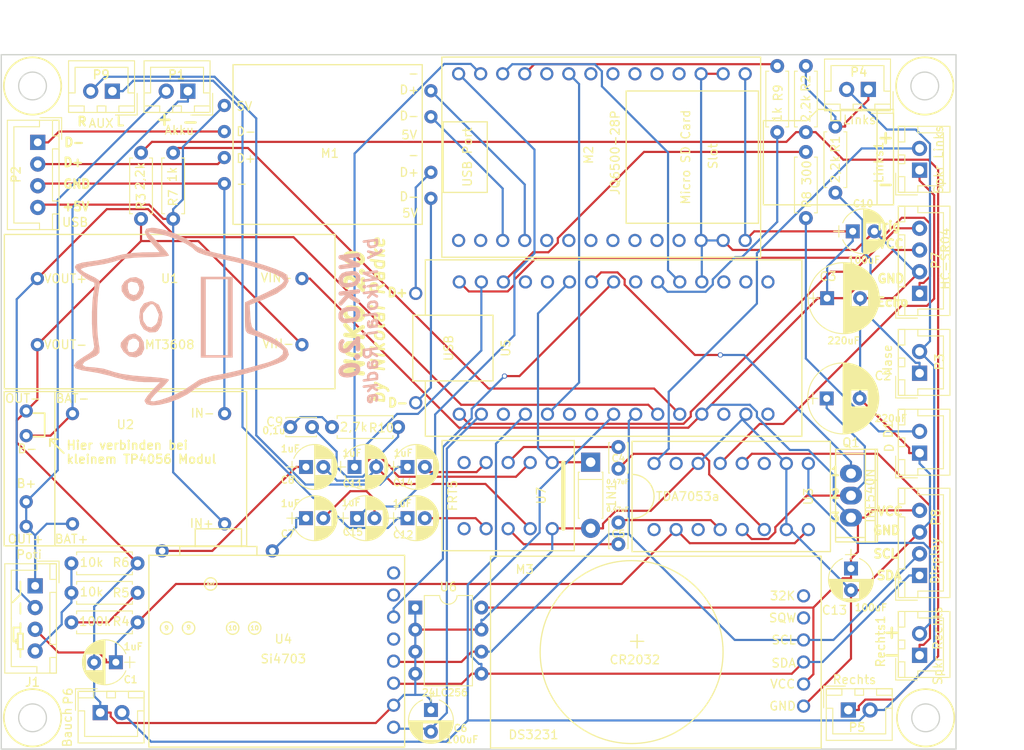
<source format=kicad_pcb>
(kicad_pcb (version 4) (host pcbnew 4.0.6+dfsg1-1)
  (layers (0 F.Cu signal) (31 B.Cu signal) (34 B.Paste user) (35 F.Paste user) (36 B.SilkS user) (37 F.SilkS user) (38 B.Mask user) (39 F.Mask user) (44 Edge.Cuts user))
  (net 0 "")
  (net 1 P1)
  (net 2 GND)
  (net 3 T8)
  (net 4 5V)
  (net 5 "Net-(C5-Pad1)")
  (net 6 "Net-(C7-Pad1)")
  (net 7 P8)
  (net 8 "Net-(C8-Pad1)")
  (net 9 P3)
  (net 10 3.3V)
  (net 11 P9)
  (net 12 "Net-(C11-Pad1)")
  (net 13 P2)
  (net 14 "Net-(C12-Pad1)")
  (net 15 "Net-(C12-Pad2)")
  (net 16 "Net-(C14-Pad1)")
  (net 17 "Net-(D1-Pad2)")
  (net 18 SDA)
  (net 19 SCL)
  (net 20 "Net-(M2-Pad18)")
  (net 21 "Net-(M2-Pad19)")
  (net 22 "Net-(M2-Pad20)")
  (net 23 "Net-(M2-Pad21)")
  (net 24 "Net-(M2-Pad22)")
  (net 25 D2)
  (net 26 D3)
  (net 27 "Net-(M2-Pad24)")
  (net 28 "Net-(M2-Pad6)")
  (net 29 "Net-(M2-Pad5)")
  (net 30 "Net-(M2-Pad2)")
  (net 31 "Net-(M2-Pad1)")
  (net 32 "Net-(M2-Pad7)")
  (net 33 "Net-(M2-Pad8)")
  (net 34 "Net-(M2-Pad9)")
  (net 35 "Net-(M2-Pad10)")
  (net 36 "Net-(M2-Pad11)")
  (net 37 "Net-(P4-Pad1)")
  (net 38 A0)
  (net 39 "Net-(P5-Pad1)")
  (net 40 D12)
  (net 41 D13)
  (net 42 D6)
  (net 43 A7)
  (net 44 "Net-(R8-Pad1)")
  (net 45 "Net-(R9-Pad2)")
  (net 46 "Net-(U3-Pad11)")
  (net 47 "Net-(U3-Pad15)")
  (net 48 "Net-(U3-Pad3)")
  (net 49 "Net-(U3-Pad1)")
  (net 50 "Net-(U4-Pad5)")
  (net 51 D5)
  (net 52 "Net-(U4-Pad7)")
  (net 53 "Net-(U4-Pad8)")
  (net 54 "Net-(U5-Pad1)")
  (net 55 "Net-(U5-Pad2)")
  (net 56 "Net-(U5-Pad18)")
  (net 57 "Net-(U5-Pad3)")
  (net 58 "Net-(U5-Pad21)")
  (net 59 "Net-(U5-Pad22)")
  (net 60 "Net-(U5-Pad11)")
  (net 61 "Net-(U5-Pad12)")
  (net 62 "Net-(U5-Pad28)")
  (net 63 "Net-(U5-Pad30)")
  (net 64 "Net-(U7-Pad6)")
  (net 65 "Net-(U7-Pad5)")
  (net 66 "Net-(J1-Pad4)")
  (net 67 "Net-(Links1-Pad1)")
  (net 68 "Net-(Links1-Pad2)")
  (net 69 "Net-(Rechts1-Pad1)")
  (net 70 "Net-(Rechts1-Pad2)")
  (net 71 A1)
  (net 72 "Net-(U5-Pad7)")
  (net 73 "Net-(P1-Pad1)")
  (net 74 A6)
  (net 75 A_D+)
  (net 76 A_D-)
  (net 77 "Net-(J1-Pad1)")
  (net 78 "Net-(C2-Pad1)")
  (net 79 "Net-(C4-Pad1)")
  (net 80 "Net-(C9-Pad1)")
  (net 81 "Net-(C9-Pad2)")
  (net 82 "Net-(C14-Pad2)")
  (net 83 "Net-(C15-Pad1)")
  (net 84 "Net-(M1-Pad3)")
  (net 85 "Net-(M1-Pad2)")
  (net 86 "Net-(M1-Pad1)")
  (net 87 "Net-(M1-Pad4)")
  (net 88 "Net-(M3-Pad5)")
  (net 89 "Net-(M3-Pad6)")
  (net 90 "Net-(P3-Pad1)")
  (net 91 "Net-(R4-Pad2)")
  (net 92 MP3_D_P)
  (net 93 MP3_D_N)
  (module Capacitors_THT:CP_Radial_D5.0mm_P2.50mm (layer F.Cu) (at 101.5 134.1 180)
    (fp_text reference C1 (at -1.7 -2 180) (layer F.SilkS) (effects (font (size 0.8 0.8))))
    (fp_text value 1uF (at -2 1.8 180) (layer F.SilkS) (effects (font (size 0.8 0.8))))
    (pad 1 thru_hole rect (at 0 0 180) (size 1.6 1.6) (drill 0.8) (layers *.Cu *.Mask) (net 3 T8))
    (pad 2 thru_hole circle (at 2.5 0 180) (size 1.6 1.6) (drill 0.8) (layers *.Cu *.Mask) (net 2 GND))
  )
  (module Capacitors_THT:CP_Radial_D5.0mm_P2.50mm (layer F.Cu) (at 186.2 123.3 270)
    (fp_text reference C13 (at 4.8 1.9 360) (layer F.SilkS))
    (fp_text value 100uF (at 4.5 -2.3 360) (layer F.SilkS) (effects (font (size 0.8 0.8))))
    (pad 1 thru_hole rect (at 0 0 270) (size 1.6 1.6) (drill 0.8) (layers *.Cu *.Mask) (net 4 5V))
    (pad 2 thru_hole circle (at 2.5 0 270) (size 1.6 1.6) (drill 0.8) (layers *.Cu *.Mask) (net 2 GND))
  )
  (module Power_Integrations:TO-220 (layer F.Cu) (at 186.2 114.9 270)
    (fp_text reference Q1 (at -6.1 0 360) (layer F.SilkS))
    (fp_text value IRF540N (at 0 -2.2 270) (layer F.SilkS))
    (pad 2 thru_hole oval (at 0 0 270) (size 2.032 2.54) (drill 1.143) (layers *.Cu *.Mask) (net 78 "Net-(C2-Pad1)"))
    (pad 3 thru_hole oval (at 2.54 0 270) (size 2.032 2.54) (drill 1.143) (layers *.Cu *.Mask) (net 4 5V))
    (pad 1 thru_hole oval (at -2.54 0 270) (size 2.032 2.54) (drill 1.143) (layers *.Cu *.Mask) (net 42 D6))
  )
  (module Resistors_THT:R_Axial_DIN0207_L6.3mm_D2.5mm_P7.62mm_Horizontal (layer F.Cu) (at 184.4 80 90)
    (fp_text reference R1 (at 5.6 0 90) (layer F.SilkS))
    (fp_text value 2,2k (at 2.7 0 90) (layer F.SilkS))
    (pad 1 thru_hole circle (at 0 0 90) (size 1.6 1.6) (drill 0.8) (layers *.Cu *.Mask) (net 90 "Net-(P3-Pad1)"))
    (pad 2 thru_hole oval (at 7.62 0 90) (size 1.6 1.6) (drill 0.8) (layers *.Cu *.Mask) (net 37 "Net-(P4-Pad1)"))
  )
  (module Resistors_THT:R_Axial_DIN0207_L6.3mm_D2.5mm_P7.62mm_Horizontal (layer F.Cu) (at 181 65.4 270)
    (fp_text reference R2 (at 2 0 270) (layer F.SilkS))
    (fp_text value 2,2k (at 4.9 0 270) (layer F.SilkS))
    (pad 1 thru_hole circle (at 0 0 270) (size 1.6 1.6) (drill 0.8) (layers *.Cu *.Mask) (net 37 "Net-(P4-Pad1)"))
    (pad 2 thru_hole oval (at 7.62 0 270) (size 1.6 1.6) (drill 0.8) (layers *.Cu *.Mask) (net 39 "Net-(P5-Pad1)"))
  )
  (module Resistors_THT:R_Axial_DIN0207_L6.3mm_D2.5mm_P7.62mm_Horizontal (layer F.Cu) (at 104.4 75.4 270)
    (fp_text reference R3 (at 5.6 0 270) (layer F.SilkS))
    (fp_text value 2,2k (at 2.7 0.1 270) (layer F.SilkS))
    (pad 1 thru_hole circle (at 0 0 270) (size 1.6 1.6) (drill 0.8) (layers *.Cu *.Mask) (net 39 "Net-(P5-Pad1)"))
    (pad 2 thru_hole oval (at 7.62 0 270) (size 1.6 1.6) (drill 0.8) (layers *.Cu *.Mask) (net 2 GND))
  )
  (module Resistors_THT:R_Axial_DIN0207_L6.3mm_D2.5mm_P7.62mm_Horizontal (layer F.Cu) (at 104 129.5 180)
    (fp_text reference R4 (at 1.9 0.1 180) (layer F.SilkS))
    (fp_text value 100k (at 4.9 0.1 180) (layer F.SilkS))
    (pad 1 thru_hole circle (at 0 0 180) (size 1.6 1.6) (drill 0.8) (layers *.Cu *.Mask) (net 3 T8))
    (pad 2 thru_hole oval (at 7.62 0 180) (size 1.6 1.6) (drill 0.8) (layers *.Cu *.Mask) (net 91 "Net-(R4-Pad2)"))
  )
  (module Resistors_THT:R_Axial_DIN0207_L6.3mm_D2.5mm_P7.62mm_Horizontal (layer F.Cu) (at 104 126.1 180)
    (fp_text reference R5 (at 1.9 0 180) (layer F.SilkS))
    (fp_text value 10k (at 5.3 0.1 180) (layer F.SilkS))
    (pad 1 thru_hole circle (at 0 0 180) (size 1.6 1.6) (drill 0.8) (layers *.Cu *.Mask) (net 91 "Net-(R4-Pad2)"))
    (pad 2 thru_hole oval (at 7.62 0 180) (size 1.6 1.6) (drill 0.8) (layers *.Cu *.Mask) (net 66 "Net-(J1-Pad4)"))
  )
  (module Resistors_THT:R_Axial_DIN0207_L6.3mm_D2.5mm_P7.62mm_Horizontal (layer F.Cu) (at 104 122.7 180)
    (fp_text reference R6 (at 1.9 0.1 180) (layer F.SilkS))
    (fp_text value 10k (at 5.3 0.1 180) (layer F.SilkS))
    (pad 1 thru_hole circle (at 0 0 180) (size 1.6 1.6) (drill 0.8) (layers *.Cu *.Mask) (net 2 GND))
    (pad 2 thru_hole oval (at 7.62 0 180) (size 1.6 1.6) (drill 0.8) (layers *.Cu *.Mask) (net 66 "Net-(J1-Pad4)"))
  )
  (module Resistors_THT:R_Axial_DIN0207_L6.3mm_D2.5mm_P7.62mm_Horizontal (layer F.Cu) (at 108.1 75.4 270)
    (fp_text reference R7 (at 5.2 0 270) (layer F.SilkS))
    (fp_text value 1k (at 2.5 0.1 270) (layer F.SilkS))
    (pad 1 thru_hole circle (at 0 0 270) (size 1.6 1.6) (drill 0.8) (layers *.Cu *.Mask) (net 43 A7))
    (pad 2 thru_hole oval (at 7.62 0 270) (size 1.6 1.6) (drill 0.8) (layers *.Cu *.Mask) (net 86 "Net-(M1-Pad1)"))
  )
  (module Resistors_THT:R_Axial_DIN0207_L6.3mm_D2.5mm_P7.62mm_Horizontal (layer F.Cu) (at 181 75.3 270)
    (fp_text reference R8 (at 5.5 -0.1 450) (layer F.SilkS))
    (fp_text value 300 (at 2.4 -0.1 270) (layer F.SilkS))
    (pad 1 thru_hole circle (at 0 0 270) (size 1.6 1.6) (drill 0.8) (layers *.Cu *.Mask) (net 44 "Net-(R8-Pad1)"))
    (pad 2 thru_hole oval (at 7.62 0 270) (size 1.6 1.6) (drill 0.8) (layers *.Cu *.Mask) (net 17 "Net-(D1-Pad2)"))
  )
  (module Resistors_THT:R_Axial_DIN0207_L6.3mm_D2.5mm_P7.62mm_Horizontal (layer F.Cu) (at 177.7 65.4 270)
    (fp_text reference R9 (at 3.1 -0.1 270) (layer F.SilkS))
    (fp_text value 1k (at 5.6 0 270) (layer F.SilkS))
    (pad 1 thru_hole circle (at 0 0 270) (size 1.6 1.6) (drill 0.8) (layers *.Cu *.Mask) (net 26 D3))
    (pad 2 thru_hole oval (at 7.62 0 270) (size 1.6 1.6) (drill 0.8) (layers *.Cu *.Mask) (net 45 "Net-(R9-Pad2)"))
  )
  (module Connectors_JST:JST_XH_B04B-XH-A_04x2.50mm_Straight (layer F.Cu) (at 92.2 125.3 270)
    (fp_text reference J1 (at 11.1 0.3 360) (layer F.SilkS))
    (fp_text value Poti (at -3.6 0.7 360) (layer F.SilkS))
    (fp_text user %R (at 11.1 0.3 360) (layer F.SilkS))
    (pad 1 thru_hole rect (at 0 0 270) (size 1.75 1.75) (drill 0.9) (layers *.Cu *.Mask) (net 77 "Net-(J1-Pad1)"))
    (pad 2 thru_hole circle (at 2.5 0 270) (size 1.75 1.75) (drill 0.9) (layers *.Cu *.Mask) (net 74 A6))
    (pad 3 thru_hole circle (at 5 0 270) (size 1.75 1.75) (drill 0.9) (layers *.Cu *.Mask) (net 3 T8))
    (pad 4 thru_hole circle (at 7.5 0 270) (size 1.75 1.75) (drill 0.9) (layers *.Cu *.Mask) (net 66 "Net-(J1-Pad4)"))
  )
  (module Connectors_JST:JST_XH_B02B-XH-A_02x2.50mm_Straight (layer F.Cu) (at 185.9 139.6)
    (fp_text reference P5 (at 1 2) (layer F.SilkS))
    (fp_text value Rechts (at 0.7 -3.5) (layer F.SilkS))
    (fp_text user %R (at 1 2) (layer F.SilkS))
    (pad 1 thru_hole rect (at 0 0) (size 1.75 1.75) (drill 1) (layers *.Cu *.Mask) (net 39 "Net-(P5-Pad1)"))
    (pad 2 thru_hole circle (at 2.5 0) (size 1.75 1.75) (drill 1) (layers *.Cu *.Mask) (net 38 A0))
  )
  (module Connectors_JST:JST_XH_B02B-XH-A_02x2.50mm_Straight (layer F.Cu) (at 109.8 68.3 180)
    (fp_text reference P1 (at 1.3 1.9 180) (layer F.SilkS))
    (fp_text value Akku (at 1 -4.5 180) (layer F.SilkS))
    (fp_text user %R (at 1.3 1.9 180) (layer F.SilkS))
    (pad 1 thru_hole rect (at 0 0 180) (size 1.75 1.75) (drill 1) (layers *.Cu *.Mask) (net 73 "Net-(P1-Pad1)"))
    (pad 2 thru_hole circle (at 2.5 0 180) (size 1.75 1.75) (drill 1) (layers *.Cu *.Mask) (net 77 "Net-(J1-Pad1)"))
  )
  (module Connectors_JST:JST_XH_B02B-XH-A_02x2.50mm_Straight (layer F.Cu) (at 194.1 110 90)
    (fp_text reference D1 (at 2.7 -3.6 90) (layer F.SilkS))
    (fp_text value D (at 0.6 -3.5 90) (layer F.SilkS))
    (fp_text user %R (at 2.7 -3.6 90) (layer F.SilkS))
    (pad 1 thru_hole rect (at 0 0 90) (size 1.75 1.75) (drill 1) (layers *.Cu *.Mask) (net 2 GND))
    (pad 2 thru_hole circle (at 2.5 0 90) (size 1.75 1.75) (drill 1) (layers *.Cu *.Mask) (net 17 "Net-(D1-Pad2)"))
  )
  (module NOKO_Wetimer:TDA7053a (layer F.Cu) (at 172.4 115 90)
    (fp_text reference U3 (at 0 8.89 90) (layer F.SilkS))
    (fp_text value TDA7053a (at 0 -5 180) (layer F.SilkS))
    (pad 12 thru_hole circle (at 3.81 1.27 90) (size 1.524 1.524) (drill 1) (layers *.Cu *.Mask) (net 69 "Net-(Rechts1-Pad1)"))
    (pad 11 thru_hole circle (at 3.81 3.81 90) (size 1.524 1.524) (drill 1) (layers *.Cu *.Mask) (net 46 "Net-(U3-Pad11)"))
    (pad 10 thru_hole circle (at 3.81 6.35 90) (size 1.524 1.524) (drill 1) (layers *.Cu *.Mask) (net 2 GND))
    (pad 9 thru_hole circle (at 3.81 8.89 90) (size 1.524 1.524) (drill 1) (layers *.Cu *.Mask) (net 70 "Net-(Rechts1-Pad2)"))
    (pad 13 thru_hole circle (at 3.81 -1.27 90) (size 1.524 1.524) (drill 1) (layers *.Cu *.Mask) (net 67 "Net-(Links1-Pad1)"))
    (pad 14 thru_hole circle (at 3.81 -3.81 90) (size 1.524 1.524) (drill 1) (layers *.Cu *.Mask) (net 2 GND))
    (pad 15 thru_hole circle (at 3.81 -6.35 90) (size 1.524 1.524) (drill 1) (layers *.Cu *.Mask) (net 47 "Net-(U3-Pad15)"))
    (pad 16 thru_hole circle (at 3.81 -8.89 90) (size 1.524 1.524) (drill 1) (layers *.Cu *.Mask) (net 68 "Net-(Links1-Pad2)"))
    (pad 8 thru_hole circle (at -3.81 8.89 90) (size 1.524 1.524) (drill 1) (layers *.Cu *.Mask) (net 3 T8))
    (pad 7 thru_hole circle (at -3.81 6.35 90) (size 1.524 1.524) (drill 1) (layers *.Cu *.Mask) (net 2 GND))
    (pad 6 thru_hole circle (at -3.81 3.81 90) (size 1.524 1.524) (drill 1) (layers *.Cu *.Mask) (net 79 "Net-(C4-Pad1)"))
    (pad 5 thru_hole circle (at -3.81 1.27 90) (size 1.524 1.524) (drill 1) (layers *.Cu *.Mask) (net 78 "Net-(C2-Pad1)"))
    (pad 4 thru_hole circle (at -3.81 -1.27 90) (size 1.524 1.524) (drill 1) (layers *.Cu *.Mask) (net 5 "Net-(C5-Pad1)"))
    (pad 3 thru_hole circle (at -3.81 -3.81 90) (size 1.524 1.524) (drill 1) (layers *.Cu *.Mask) (net 48 "Net-(U3-Pad3)"))
    (pad 2 thru_hole circle (at -3.81 -6.35 90) (size 1.524 1.524) (drill 1) (layers *.Cu *.Mask) (net 3 T8))
    (pad 1 thru_hole circle (at -3.81 -8.89 90) (size 1.524 1.524) (drill 1) (layers *.Cu *.Mask) (net 49 "Net-(U3-Pad1)"))
  )
  (module Connectors_JST:JST_XH_B02B-XH-A_02x2.50mm_Straight (layer F.Cu) (at 194.1 100.8 90)
    (fp_text reference P3 (at 1.3 2.3 90) (layer F.SilkS))
    (fp_text value Nase (at 1.5 -3.7 90) (layer F.SilkS))
    (fp_text user %R (at 1.3 2.3 90) (layer F.SilkS))
    (pad 1 thru_hole rect (at 0 0 90) (size 1.75 1.75) (drill 1) (layers *.Cu *.Mask) (net 90 "Net-(P3-Pad1)"))
    (pad 2 thru_hole circle (at 2.5 0 90) (size 1.75 1.75) (drill 1) (layers *.Cu *.Mask) (net 38 A0))
  )
  (module Resistors_THT:R_Axial_DIN0207_L6.3mm_D2.5mm_P7.62mm_Horizontal (layer F.Cu) (at 126.4 107)
    (fp_text reference R10 (at 5.7 0.1) (layer F.SilkS))
    (fp_text value 2,7k (at 2.5 0) (layer F.SilkS))
    (pad 1 thru_hole circle (at 0 0) (size 1.6 1.6) (drill 0.8) (layers *.Cu *.Mask) (net 81 "Net-(C9-Pad2)"))
    (pad 2 thru_hole oval (at 7.62 0) (size 1.6 1.6) (drill 0.8) (layers *.Cu *.Mask) (net 13 P2))
  )
  (module Housings_DIP:DIP-8_W7.62mm (layer F.Cu) (at 136 127.8)
    (fp_text reference U6 (at 3.81 -2.39) (layer F.SilkS))
    (fp_text value 24LC256 (at 3.4 9.8) (layer F.SilkS) (effects (font (size 0.8 0.8))))
    (pad 1 thru_hole rect (at 0 0) (size 1.6 1.6) (drill 0.8) (layers *.Cu *.Mask) (net 2 GND))
    (pad 5 thru_hole oval (at 7.62 7.62) (size 1.6 1.6) (drill 0.8) (layers *.Cu *.Mask) (net 18 SDA))
    (pad 2 thru_hole oval (at 0 2.54) (size 1.6 1.6) (drill 0.8) (layers *.Cu *.Mask) (net 2 GND))
    (pad 6 thru_hole oval (at 7.62 5.08) (size 1.6 1.6) (drill 0.8) (layers *.Cu *.Mask) (net 19 SCL))
    (pad 3 thru_hole oval (at 0 5.08) (size 1.6 1.6) (drill 0.8) (layers *.Cu *.Mask) (net 2 GND))
    (pad 7 thru_hole oval (at 7.62 2.54) (size 1.6 1.6) (drill 0.8) (layers *.Cu *.Mask) (net 2 GND))
    (pad 4 thru_hole oval (at 0 7.62) (size 1.6 1.6) (drill 0.8) (layers *.Cu *.Mask) (net 2 GND))
    (pad 8 thru_hole oval (at 7.62 0) (size 1.6 1.6) (drill 0.8) (layers *.Cu *.Mask) (net 4 5V))
  )
  (module NOKO_Wetimer:Printrelais_ST03 (layer F.Cu) (at 146.7 114.9 90)
    (fp_text reference U7 (at 0 3.81 90) (layer F.SilkS))
    (fp_text value FRT5 (at 0 -6.4 90) (layer F.SilkS))
    (pad 3 thru_hole circle (at 3.81 0 90) (size 1.524 1.524) (drill 1) (layers *.Cu *.Mask) (net 7 P8))
    (pad 2 thru_hole circle (at 3.81 2.54 90) (size 1.524 1.524) (drill 1) (layers *.Cu *.Mask) (net 11 P9))
    (pad 1 thru_hole circle (at 3.81 5.08 90) (size 1.524 1.524) (drill 1) (layers *.Cu *.Mask) (net 1 P1))
    (pad 4 thru_hole circle (at 3.81 -2.54 90) (size 1.524 1.524) (drill 1) (layers *.Cu *.Mask) (net 82 "Net-(C14-Pad2)"))
    (pad 5 thru_hole circle (at 3.81 -5.08 90) (size 1.524 1.524) (drill 1) (layers *.Cu *.Mask) (net 65 "Net-(U7-Pad5)"))
    (pad 8 thru_hole circle (at -3.81 0 90) (size 1.524 1.524) (drill 1) (layers *.Cu *.Mask) (net 9 P3))
    (pad 9 thru_hole circle (at -3.81 2.54 90) (size 1.524 1.524) (drill 1) (layers *.Cu *.Mask) (net 13 P2))
    (pad 10 thru_hole circle (at -3.81 5.08 90) (size 1.524 1.524) (drill 1) (layers *.Cu *.Mask) (net 2 GND))
    (pad 7 thru_hole circle (at -3.81 -2.54 90) (size 1.524 1.524) (drill 1) (layers *.Cu *.Mask) (net 15 "Net-(C12-Pad2)"))
    (pad 6 thru_hole circle (at -3.81 -5.08 90) (size 1.524 1.524) (drill 1) (layers *.Cu *.Mask) (net 64 "Net-(U7-Pad6)"))
  )
  (module Connectors_JST:JST_XH_B02B-XH-A_02x2.50mm_Straight (layer F.Cu) (at 188.2 68.1 180)
    (fp_text reference P4 (at 1.1 2 180) (layer F.SilkS))
    (fp_text value Links (at 1 -3.5 180) (layer F.SilkS))
    (fp_text user %R (at 1.1 2 180) (layer F.SilkS))
    (pad 1 thru_hole rect (at 0 0 180) (size 1.75 1.75) (drill 1) (layers *.Cu *.Mask) (net 37 "Net-(P4-Pad1)"))
    (pad 2 thru_hole circle (at 2.5 0 180) (size 1.75 1.75) (drill 1) (layers *.Cu *.Mask) (net 38 A0))
  )
  (module Connectors_JST:JST_XH_B02B-XH-A_02x2.50mm_Straight (layer F.Cu) (at 99.7 139.9)
    (fp_text reference P6 (at -3.7 -1.9 90) (layer F.SilkS))
    (fp_text value Bauch (at -3.8 1.7 90) (layer F.SilkS))
    (fp_text user %R (at -3.7 -1.9 90) (layer F.SilkS))
    (pad 1 thru_hole rect (at 0 0) (size 1.75 1.75) (drill 1) (layers *.Cu *.Mask) (net 2 GND))
    (pad 2 thru_hole circle (at 2.5 0) (size 1.75 1.75) (drill 1) (layers *.Cu *.Mask) (net 38 A0))
  )
  (module Connectors_JST:JST_XH_B02B-XH-A_02x2.50mm_Straight (layer F.Cu) (at 101.1 68.3 180)
    (fp_text reference P9 (at 1.3 1.9 180) (layer F.SilkS))
    (fp_text value AUX (at 1.3 -3.7 180) (layer F.SilkS))
    (fp_text user %R (at 1.3 1.9 180) (layer F.SilkS))
    (pad 1 thru_hole rect (at 0 0 180) (size 1.75 1.75) (drill 1) (layers *.Cu *.Mask) (net 14 "Net-(C12-Pad1)"))
    (pad 2 thru_hole circle (at 2.5 0 180) (size 1.75 1.75) (drill 1) (layers *.Cu *.Mask) (net 16 "Net-(C14-Pad1)"))
  )
  (module Connectors_JST:JST_XH_B02B-XH-A_02x2.50mm_Straight (layer F.Cu) (at 194.1 77.4 90)
    (fp_text reference Links1 (at 0.9 -4.7 90) (layer F.SilkS))
    (fp_text value "Spkr Links" (at 1.2 2.2 90) (layer F.SilkS))
    (fp_text user %R (at 0.9 -4.7 90) (layer F.SilkS))
    (pad 1 thru_hole rect (at 0 0 90) (size 1.75 1.75) (drill 1) (layers *.Cu *.Mask) (net 67 "Net-(Links1-Pad1)"))
    (pad 2 thru_hole circle (at 2.5 0 90) (size 1.75 1.75) (drill 1) (layers *.Cu *.Mask) (net 68 "Net-(Links1-Pad2)"))
  )
  (module Connectors_JST:JST_XH_B04B-XH-A_04x2.50mm_Straight (layer F.Cu) (at 194.1 91.6 90)
    (fp_text reference P7 (at 3.8 1.9 90) (layer F.SilkS))
    (fp_text value HC-SR04 (at 4 3 90) (layer F.SilkS))
    (fp_text user %R (at 3.8 1.9 90) (layer F.SilkS))
    (pad 1 thru_hole rect (at 0 0 90) (size 1.75 1.75) (drill 0.9) (layers *.Cu *.Mask) (net 40 D12))
    (pad 2 thru_hole circle (at 2.5 0 90) (size 1.75 1.75) (drill 0.9) (layers *.Cu *.Mask) (net 2 GND))
    (pad 3 thru_hole circle (at 5 0 90) (size 1.75 1.75) (drill 0.9) (layers *.Cu *.Mask) (net 4 5V))
    (pad 4 thru_hole circle (at 7.5 0 90) (size 1.75 1.75) (drill 0.9) (layers *.Cu *.Mask) (net 41 D13))
  )
  (module Capacitors_THT:CP_Radial_D5.0mm_P2.00mm (layer F.Cu) (at 123.4 111.6)
    (fp_text reference C8 (at -2.1 1.5) (layer F.SilkS) (effects (font (size 0.8 0.8))))
    (fp_text value 1uF (at -1.8 -2.1) (layer F.SilkS) (effects (font (size 0.8 0.8))))
    (pad 1 thru_hole rect (at 0 0) (size 1.6 1.6) (drill 0.8) (layers *.Cu *.Mask) (net 8 "Net-(C8-Pad1)"))
    (pad 2 thru_hole circle (at 2 0) (size 1.6 1.6) (drill 0.8) (layers *.Cu *.Mask) (net 13 P2))
  )
  (module Capacitors_THT:C_Disc_D3.4mm_W2.1mm_P2.50mm (layer F.Cu) (at 159.4 111.8 90)
    (fp_text reference C4 (at 1.2 0 180) (layer F.SilkS) (effects (font (size 0.8 0.8))))
    (fp_text value 0,47uF (at -1.5 -0.1 180) (layer F.SilkS) (effects (font (size 0.5 0.5) (thickness 0.125))))
    (pad 1 thru_hole circle (at 0 0 90) (size 1.6 1.6) (drill 0.8) (layers *.Cu *.Mask) (net 79 "Net-(C4-Pad1)"))
    (pad 2 thru_hole circle (at 2.5 0 90) (size 1.6 1.6) (drill 0.8) (layers *.Cu *.Mask) (net 7 P8))
  )
  (module Capacitors_THT:C_Disc_D3.4mm_W2.1mm_P2.50mm (layer F.Cu) (at 124.1 107 180)
    (fp_text reference C9 (at 4.3 0.6 180) (layer F.SilkS))
    (fp_text value 0,1u (at 4.4 -0.4 180) (layer F.SilkS) (effects (font (size 0.8 0.8))))
    (pad 1 thru_hole circle (at 0 0 180) (size 1.6 1.6) (drill 0.8) (layers *.Cu *.Mask) (net 80 "Net-(C9-Pad1)"))
    (pad 2 thru_hole circle (at 2.5 0 180) (size 1.6 1.6) (drill 0.8) (layers *.Cu *.Mask) (net 81 "Net-(C9-Pad2)"))
  )
  (module Capacitors_THT:C_Disc_D3.4mm_W2.1mm_P2.50mm (layer F.Cu) (at 159.4 118 270)
    (fp_text reference C5 (at 1.3 0 360) (layer F.SilkS) (effects (font (size 0.8 0.8))))
    (fp_text value 0,47uF (at -1.5 0.1 360) (layer F.SilkS) (effects (font (size 0.5 0.5) (thickness 0.125))))
    (pad 1 thru_hole circle (at 0 0 270) (size 1.6 1.6) (drill 0.8) (layers *.Cu *.Mask) (net 5 "Net-(C5-Pad1)"))
    (pad 2 thru_hole circle (at 2.5 0 270) (size 1.6 1.6) (drill 0.8) (layers *.Cu *.Mask) (net 9 P3))
  )
  (module Connectors_JST:JST_XH_B04B-XH-A_04x2.50mm_Straight (layer F.Cu) (at 92.5 74.2 270)
    (fp_text reference P2 (at 3.7 2.5 270) (layer F.SilkS))
    (fp_text value USB (at 9.2 -4.3 360) (layer F.SilkS))
    (fp_text user %R (at 3.7 2.5 270) (layer F.SilkS))
    (pad 1 thru_hole rect (at 0 0 270) (size 1.75 1.75) (drill 0.9) (layers *.Cu *.Mask) (net 85 "Net-(M1-Pad2)"))
    (pad 2 thru_hole circle (at 2.5 0 270) (size 1.75 1.75) (drill 0.9) (layers *.Cu *.Mask) (net 84 "Net-(M1-Pad3)"))
    (pad 3 thru_hole circle (at 5 0 270) (size 1.75 1.75) (drill 0.9) (layers *.Cu *.Mask) (net 87 "Net-(M1-Pad4)"))
    (pad 4 thru_hole circle (at 7.5 0 270) (size 1.75 1.75) (drill 0.9) (layers *.Cu *.Mask) (net 86 "Net-(M1-Pad1)"))
  )
  (module Connectors_JST:JST_XH_B04B-XH-A_04x2.50mm_Straight (layer F.Cu) (at 194.1 124.1 90)
    (fp_text reference P8 (at 6.7 1.9 90) (layer F.SilkS))
    (fp_text value Display (at 1.7 1.8 90) (layer F.SilkS))
    (fp_text user %R (at 6.7 1.9 90) (layer F.SilkS))
    (pad 1 thru_hole rect (at 0 0 90) (size 1.75 1.75) (drill 0.9) (layers *.Cu *.Mask) (net 18 SDA))
    (pad 2 thru_hole circle (at 2.5 0 90) (size 1.75 1.75) (drill 0.9) (layers *.Cu *.Mask) (net 19 SCL))
    (pad 3 thru_hole circle (at 5 0 90) (size 1.75 1.75) (drill 0.9) (layers *.Cu *.Mask) (net 2 GND))
    (pad 4 thru_hole circle (at 7.5 0 90) (size 1.75 1.75) (drill 0.9) (layers *.Cu *.Mask) (net 4 5V))
  )
  (module Capacitors_THT:CP_Radial_D8.0mm_P3.80mm (layer F.Cu) (at 183.4 103.7)
    (fp_text reference C2 (at 6.5 -2.6) (layer F.SilkS))
    (fp_text value 220uF (at 7.4 2.3) (layer F.SilkS) (effects (font (size 0.8 0.8))))
    (pad 1 thru_hole rect (at 0 0) (size 1.6 1.6) (drill 0.8) (layers *.Cu *.Mask) (net 78 "Net-(C2-Pad1)"))
    (pad 2 thru_hole circle (at 3.8 0) (size 1.6 1.6) (drill 0.8) (layers *.Cu *.Mask) (net 2 GND))
  )
  (module Capacitors_THT:CP_Radial_D8.0mm_P3.80mm (layer F.Cu) (at 183.45 92.15)
    (fp_text reference C3 (at 0.1 -2.5) (layer F.SilkS))
    (fp_text value 220uF (at 1.9 4.9) (layer F.SilkS) (effects (font (size 0.8 0.8))))
    (pad 1 thru_hole rect (at 0 0) (size 1.6 1.6) (drill 0.8) (layers *.Cu *.Mask) (net 4 5V))
    (pad 2 thru_hole circle (at 3.8 0) (size 1.6 1.6) (drill 0.8) (layers *.Cu *.Mask) (net 2 GND))
  )
  (module Capacitors_THT:CP_Radial_D5.0mm_P2.50mm (layer F.Cu) (at 137.8 139.6 270)
    (fp_text reference C6 (at 2.1 -3.4 360) (layer F.SilkS) (effects (font (size 0.8 0.8))))
    (fp_text value 100uF (at 3.4 -3.6 360) (layer F.SilkS) (effects (font (size 0.8 0.8))))
    (pad 1 thru_hole rect (at 0 0 270) (size 1.6 1.6) (drill 0.8) (layers *.Cu *.Mask) (net 2 GND))
    (pad 2 thru_hole circle (at 2.5 0 270) (size 1.6 1.6) (drill 0.8) (layers *.Cu *.Mask) (net 10 3.3V))
  )
  (module Capacitors_THT:CP_Radial_D5.0mm_P2.00mm (layer F.Cu) (at 123.4 117.5)
    (fp_text reference C7 (at -2.1 1.8) (layer F.SilkS) (effects (font (size 0.8 0.8))))
    (fp_text value 1uF (at -1.8 -1.7) (layer F.SilkS) (effects (font (size 0.8 0.8))))
    (pad 1 thru_hole rect (at 0 0) (size 1.6 1.6) (drill 0.8) (layers *.Cu *.Mask) (net 6 "Net-(C7-Pad1)"))
    (pad 2 thru_hole circle (at 2 0) (size 1.6 1.6) (drill 0.8) (layers *.Cu *.Mask) (net 11 P9))
  )
  (module Capacitors_THT:CP_Radial_D5.0mm_P2.50mm (layer F.Cu) (at 186.4 84.45)
    (fp_text reference C10 (at 1.2 -3.2) (layer F.SilkS) (effects (font (size 0.8 0.8))))
    (fp_text value 100uF (at 1.3 3.3) (layer F.SilkS) (effects (font (size 0.8 0.8))))
    (pad 1 thru_hole rect (at 0 0) (size 1.6 1.6) (drill 0.8) (layers *.Cu *.Mask) (net 4 5V))
    (pad 2 thru_hole circle (at 2.5 0) (size 1.6 1.6) (drill 0.8) (layers *.Cu *.Mask) (net 2 GND))
  )
  (module Capacitors_THT:CP_Radial_D5.0mm_P2.50mm (layer F.Cu) (at 129 111.6)
    (fp_text reference C11 (at -0.2 1.9) (layer F.SilkS) (effects (font (size 0.8 0.8))))
    (fp_text value 1uF (at -0.3 -1.6) (layer F.SilkS) (effects (font (size 0.8 0.8))))
    (pad 1 thru_hole rect (at 0 0) (size 1.6 1.6) (drill 0.8) (layers *.Cu *.Mask) (net 12 "Net-(C11-Pad1)"))
    (pad 2 thru_hole circle (at 2.5 0) (size 1.6 1.6) (drill 0.8) (layers *.Cu *.Mask) (net 13 P2))
  )
  (module Capacitors_THT:CP_Radial_D5.0mm_P2.00mm (layer F.Cu) (at 135.1 117.5)
    (fp_text reference C12 (at -0.5 1.9) (layer F.SilkS) (effects (font (size 0.8 0.8))))
    (fp_text value 1uF (at -0.6 -1.7) (layer F.SilkS) (effects (font (size 0.8 0.8))))
    (pad 1 thru_hole rect (at 0 0) (size 1.6 1.6) (drill 0.8) (layers *.Cu *.Mask) (net 14 "Net-(C12-Pad1)"))
    (pad 2 thru_hole circle (at 2 0) (size 1.6 1.6) (drill 0.8) (layers *.Cu *.Mask) (net 15 "Net-(C12-Pad2)"))
  )
  (module Capacitors_THT:CP_Radial_D5.0mm_P2.00mm (layer F.Cu) (at 135.1 111.6)
    (fp_text reference C14 (at -0.5 1.8) (layer F.SilkS) (effects (font (size 0.8 0.8))))
    (fp_text value 1uF (at -0.5 -1.6) (layer F.SilkS) (effects (font (size 0.8 0.8))))
    (pad 1 thru_hole rect (at 0 0) (size 1.6 1.6) (drill 0.8) (layers *.Cu *.Mask) (net 16 "Net-(C14-Pad1)"))
    (pad 2 thru_hole circle (at 2 0) (size 1.6 1.6) (drill 0.8) (layers *.Cu *.Mask) (net 82 "Net-(C14-Pad2)"))
  )
  (module Capacitors_THT:CP_Radial_D5.0mm_P2.00mm (layer F.Cu) (at 129.3 117.5)
    (fp_text reference C15 (at -0.5 1.6) (layer F.SilkS) (effects (font (size 0.8 0.8))))
    (fp_text value 1uF (at -0.7 -1.8) (layer F.SilkS) (effects (font (size 0.8 0.8))))
    (pad 1 thru_hole rect (at 0 0) (size 1.6 1.6) (drill 0.8) (layers *.Cu *.Mask) (net 83 "Net-(C15-Pad1)"))
    (pad 2 thru_hole circle (at 2 0) (size 1.6 1.6) (drill 0.8) (layers *.Cu *.Mask) (net 11 P9))
  )
  (module Connectors_JST:JST_XH_B02B-XH-A_02x2.50mm_Straight (layer F.Cu) (at 194.1 133.3 90)
    (fp_text reference Rechts1 (at 1.6 -4.5 90) (layer F.SilkS))
    (fp_text value "Spkr Rechts" (at 1.1 2.1 90) (layer F.SilkS))
    (fp_text user %R (at 1.6 -4.5 90) (layer F.SilkS))
    (pad 1 thru_hole rect (at 0 0 90) (size 1.75 1.75) (drill 1) (layers *.Cu *.Mask) (net 69 "Net-(Rechts1-Pad1)"))
    (pad 2 thru_hole circle (at 2.5 0 90) (size 1.75 1.75) (drill 1) (layers *.Cu *.Mask) (net 70 "Net-(Rechts1-Pad2)"))
  )
  (module NOKO_Wetimer:MT3608 (layer F.Cu) (at 107.7 93.7 180)
    (fp_text reference U1 (at 0 3.81 180) (layer F.SilkS))
    (fp_text value MT3608 (at 0 -3.81 180) (layer F.SilkS))
    (fp_text user VOUT- (at 12 -3.8 180) (layer F.SilkS))
    (fp_text user VOUT+ (at 12 3.8 180) (layer F.SilkS))
    (fp_text user VIN- (at -12.5 -3.7 180) (layer F.SilkS))
    (fp_text user VIN+ (at -12.3 3.9 180) (layer F.SilkS))
    (pad 2 thru_hole circle (at -15.24 -3.81 180) (size 1.524 1.524) (drill 0.8) (layers *.Cu *.Mask) (net 2 GND))
    (pad 1 thru_hole circle (at -15.24 3.81 180) (size 1.524 1.524) (drill 0.8) (layers *.Cu *.Mask) (net 4 5V))
    (pad 4 thru_hole circle (at 15.24 -3.81 180) (size 1.524 1.524) (drill 0.8) (layers *.Cu *.Mask) (net 2 GND))
    (pad 3 thru_hole circle (at 15.24 3.81 180) (size 1.524 1.524) (drill 0.8) (layers *.Cu *.Mask) (net 74 A6))
  )
  (module NOKO_2:JQ6500-28P (layer F.Cu) (at 157.5 75.9 90)
    (fp_text reference M2 (at 0.254 -1.524 90) (layer F.SilkS))
    (fp_text value JQ6500-28P (at 0.508 1.524 90) (layer F.SilkS))
    (fp_text user Slot (at 0.1 12.8 90) (layer F.SilkS))
    (fp_text user "Micro SD Card" (at 0 9.652 90) (layer F.SilkS))
    (fp_text user "USB Port" (at 0 -15.494 90) (layer F.SilkS))
    (pad 28 thru_hole circle (at 9.6015 -16.51 90) (size 1.524 1.524) (drill 1) (layers *.Cu *.Mask) (net 83 "Net-(C15-Pad1)"))
    (pad 27 thru_hole circle (at 9.6015 -13.97 90) (size 1.524 1.524) (drill 1) (layers *.Cu *.Mask) (net 12 "Net-(C11-Pad1)"))
    (pad 26 thru_hole circle (at 9.6015 -11.43 90) (size 1.524 1.524) (drill 1) (layers *.Cu *.Mask) (net 25 D2))
    (pad 25 thru_hole circle (at 9.6015 -8.89 90) (size 1.524 1.524) (drill 1) (layers *.Cu *.Mask) (net 26 D3))
    (pad 24 thru_hole circle (at 9.6015 -6.35 90) (size 1.524 1.524) (drill 1) (layers *.Cu *.Mask) (net 27 "Net-(M2-Pad24)"))
    (pad 23 thru_hole circle (at 9.6015 -3.81 90) (size 1.524 1.524) (drill 1) (layers *.Cu *.Mask) (net 71 A1))
    (pad 22 thru_hole circle (at 9.6015 -1.27 90) (size 1.524 1.524) (drill 1) (layers *.Cu *.Mask) (net 24 "Net-(M2-Pad22)"))
    (pad 21 thru_hole circle (at 9.6015 1.27 90) (size 1.524 1.524) (drill 1) (layers *.Cu *.Mask) (net 23 "Net-(M2-Pad21)"))
    (pad 15 thru_hole circle (at 9.6015 16.51 90) (size 1.524 1.524) (drill 1) (layers *.Cu *.Mask) (net 4 5V))
    (pad 16 thru_hole circle (at 9.6015 13.97 90) (size 1.524 1.524) (drill 1) (layers *.Cu *.Mask) (net 2 GND))
    (pad 17 thru_hole circle (at 9.6015 11.43 90) (size 1.524 1.524) (drill 1) (layers *.Cu *.Mask) (net 2 GND))
    (pad 18 thru_hole circle (at 9.6015 8.89 90) (size 1.524 1.524) (drill 1) (layers *.Cu *.Mask) (net 20 "Net-(M2-Pad18)"))
    (pad 19 thru_hole circle (at 9.6015 6.35 90) (size 1.524 1.524) (drill 1) (layers *.Cu *.Mask) (net 21 "Net-(M2-Pad19)"))
    (pad 20 thru_hole circle (at 9.6015 3.81 90) (size 1.524 1.524) (drill 1) (layers *.Cu *.Mask) (net 22 "Net-(M2-Pad20)"))
    (pad 9 thru_hole circle (at -9.6015 3.81 90) (size 1.524 1.524) (drill 1) (layers *.Cu *.Mask) (net 34 "Net-(M2-Pad9)"))
    (pad 10 thru_hole circle (at -9.6015 6.35 90) (size 1.524 1.524) (drill 1) (layers *.Cu *.Mask) (net 35 "Net-(M2-Pad10)"))
    (pad 11 thru_hole circle (at -9.6015 8.89 90) (size 1.524 1.524) (drill 1) (layers *.Cu *.Mask) (net 36 "Net-(M2-Pad11)"))
    (pad 12 thru_hole circle (at -9.6015 11.43 90) (size 1.524 1.524) (drill 1) (layers *.Cu *.Mask) (net 2 GND))
    (pad 13 thru_hole circle (at -9.6015 13.97 90) (size 1.524 1.524) (drill 1) (layers *.Cu *.Mask) (net 2 GND))
    (pad 14 thru_hole circle (at -9.6015 16.51 90) (size 1.524 1.524) (drill 1) (layers *.Cu *.Mask) (net 4 5V))
    (pad 8 thru_hole circle (at -9.6015 1.27 90) (size 1.524 1.524) (drill 1) (layers *.Cu *.Mask) (net 33 "Net-(M2-Pad8)"))
    (pad 7 thru_hole circle (at -9.6015 -1.27 90) (size 1.524 1.524) (drill 1) (layers *.Cu *.Mask) (net 32 "Net-(M2-Pad7)"))
    (pad 6 thru_hole circle (at -9.6015 -3.81 90) (size 1.524 1.524) (drill 1) (layers *.Cu *.Mask) (net 28 "Net-(M2-Pad6)"))
    (pad 5 thru_hole circle (at -9.6015 -6.35 90) (size 1.524 1.524) (drill 1) (layers *.Cu *.Mask) (net 29 "Net-(M2-Pad5)"))
    (pad 4 thru_hole circle (at -9.6015 -8.89 90) (size 1.524 1.524) (drill 1) (layers *.Cu *.Mask) (net 92 MP3_D_P))
    (pad 3 thru_hole circle (at -9.6015 -11.43 90) (size 1.524 1.524) (drill 1) (layers *.Cu *.Mask) (net 93 MP3_D_N))
    (pad 2 thru_hole circle (at -9.6015 -13.97 90) (size 1.524 1.524) (drill 1) (layers *.Cu *.Mask) (net 30 "Net-(M2-Pad2)"))
    (pad 1 thru_hole circle (at -9.6015 -16.51 90) (size 1.524 1.524) (drill 1) (layers *.Cu *.Mask) (net 31 "Net-(M2-Pad1)"))
  )
  (module NOKO_2:DS3231 (layer F.Cu) (at 162.7 132.8 180)
    (fp_text reference M3 (at 14.097 9.398 180) (layer F.SilkS))
    (fp_text value DS3231 (at 13.081 -9.652 180) (layer F.SilkS))
    (fp_text user + (at 1.143 1.27 180) (layer F.SilkS) (effects (font (size 2 2))))
    (fp_text user CR2032 (at 1.397 -1.016 180) (layer F.SilkS))
    (fp_text user 32K (at -15.621 6.35 180) (layer F.SilkS))
    (fp_text user SQW (at -15.621 3.81 180) (layer F.SilkS))
    (fp_text user SCL (at -15.748 1.27 180) (layer F.SilkS))
    (fp_text user SDA (at -15.748 -1.397 180) (layer F.SilkS))
    (fp_text user VCC (at -15.621 -3.81 180) (layer F.SilkS))
    (fp_text user GND (at -15.621 -6.35 180) (layer F.SilkS))
    (pad 3 thru_hole circle (at -18.034 -1.27 180) (size 1.524 1.524) (drill 1) (layers *.Cu *.Mask) (net 18 SDA))
    (pad 2 thru_hole circle (at -18.034 -3.81 180) (size 1.524 1.524) (drill 1) (layers *.Cu *.Mask) (net 4 5V))
    (pad 1 thru_hole circle (at -18.034 -6.35 180) (size 1.524 1.524) (drill 1) (layers *.Cu *.Mask) (net 2 GND))
    (pad 4 thru_hole circle (at -18.034 1.27 180) (size 1.524 1.524) (drill 1) (layers *.Cu *.Mask) (net 19 SCL))
    (pad 5 thru_hole circle (at -18.034 3.81 180) (size 1.524 1.524) (drill 1) (layers *.Cu *.Mask) (net 88 "Net-(M3-Pad5)"))
    (pad 6 thru_hole circle (at -18.034 6.35 180) (size 1.524 1.524) (drill 1) (layers *.Cu *.Mask) (net 89 "Net-(M3-Pad6)"))
  )
  (module NOKO_2:Si4703 (layer F.Cu) (at 120.8 132.7 180)
    (fp_text reference U4 (at 0 1.27 180) (layer F.SilkS))
    (fp_text value Si4703 (at 0 -1.016 180) (layer F.SilkS))
    (fp_text user 10 (at 3.31 2.54 180) (layer F.SilkS) (effects (font (size 0.5 0.5) (thickness 0.125))))
    (fp_text user 10 (at 5.85 2.54 180) (layer F.SilkS) (effects (font (size 0.5 0.5) (thickness 0.125))))
    (fp_text user 9 (at 10.92 2.6 180) (layer F.SilkS) (effects (font (size 0.5 0.5) (thickness 0.125))))
    (fp_text user 9 (at 13.462 2.54 180) (layer F.SilkS) (effects (font (size 0.5 0.5) (thickness 0.125))))
    (fp_text user Ant (at 8.382 7.62 180) (layer F.SilkS) (effects (font (size 0.4 0.4) (thickness 0.1))))
    (pad 9 thru_hole circle (at 13.97 11.43 180) (size 1.524 1.524) (drill 0.762) (layers *.Cu *.Mask) (net 8 "Net-(C8-Pad1)"))
    (pad 10 thru_hole circle (at 1.27 11.43 180) (size 1.524 1.524) (drill 0.762) (layers *.Cu *.Mask) (net 6 "Net-(C7-Pad1)"))
    (pad 1 thru_hole circle (at -12.7 -8.89 180) (size 1.524 1.524) (drill 1) (layers *.Cu *.Mask) (net 10 3.3V))
    (pad 2 thru_hole circle (at -12.7 -6.35 180) (size 1.524 1.524) (drill 1) (layers *.Cu *.Mask) (net 2 GND))
    (pad 3 thru_hole circle (at -12.7 -3.81 180) (size 1.524 1.524) (drill 1) (layers *.Cu *.Mask) (net 18 SDA))
    (pad 4 thru_hole circle (at -12.7 -1.27 180) (size 1.524 1.524) (drill 1) (layers *.Cu *.Mask) (net 19 SCL))
    (pad 5 thru_hole circle (at -12.7 1.27 180) (size 1.524 1.524) (drill 1) (layers *.Cu *.Mask) (net 50 "Net-(U4-Pad5)"))
    (pad 6 thru_hole circle (at -12.7 3.81 180) (size 1.524 1.524) (drill 1) (layers *.Cu *.Mask) (net 51 D5))
    (pad 7 thru_hole circle (at -12.7 6.35 180) (size 1.524 1.524) (drill 1) (layers *.Cu *.Mask) (net 52 "Net-(U4-Pad7)"))
    (pad 8 thru_hole circle (at -12.7 8.89 180) (size 1.524 1.524) (drill 1) (layers *.Cu *.Mask) (net 53 "Net-(U4-Pad8)"))
  )
  (module NOKO_2:NOKO_Logo (layer B.Cu) (at 108.75 94.2 270)
    (fp_text reference G*** hide)
    (fp_text value LOGO hide)
  )
  (module NOKO_Wetimer:TP4056 (layer F.Cu) (at 102.6 111.8 180)
    (fp_text reference U2 (at 0 5.08 180) (layer F.SilkS))
    (fp_text value TP4056)
    (fp_text user BAT- (at 6.1 8.1 180) (layer F.SilkS))
    (fp_text user BAT+ (at 6.2 -8.1 180) (layer F.SilkS))
    (fp_text user OUT- (at 11.8 8.1 180) (layer F.SilkS))
    (fp_text user B- (at 11.3 2.3 180) (layer F.SilkS))
    (fp_text user B+ (at 11.4 -1.7 180) (layer F.SilkS))
    (fp_text user OUT+ (at 11.5 -8.1 180) (layer F.SilkS))
    (fp_text user IN- (at -8.9 6.4 180) (layer F.SilkS))
    (fp_text user IN+ (at -8.8 -6.3 180) (layer F.SilkS))
    (pad 4 thru_hole circle (at 11.43 -3.81 180) (size 1.524 1.524) (drill 0.8) (layers *.Cu *.Mask) (net 77 "Net-(J1-Pad1)"))
    (pad 5 thru_hole circle (at 11.43 3.81 180) (size 1.524 1.524) (drill 0.8) (layers *.Cu *.Mask) (net 73 "Net-(P1-Pad1)"))
    (pad 6 thru_hole circle (at 11.43 6.6548 180) (size 1.524 1.524) (drill 0.8) (layers *.Cu *.Mask) (net 2 GND))
    (pad 3 thru_hole circle (at 11.43 -6.6548 180) (size 1.524 1.524) (drill 0.8) (layers *.Cu *.Mask) (net 77 "Net-(J1-Pad1)"))
    (pad 2 thru_hole circle (at -11.43 6.35 180) (size 1.524 1.524) (drill 0.8) (layers *.Cu *.Mask) (net 87 "Net-(M1-Pad4)"))
    (pad 1 thru_hole circle (at -11.43 -6.35 180) (size 1.524 1.524) (drill 0.8) (layers *.Cu *.Mask) (net 86 "Net-(M1-Pad1)"))
    (pad 13 thru_hole circle (at 6.096 -6.35 180) (size 1.524 1.524) (drill 0.8) (layers *.Cu *.Mask) (net 77 "Net-(J1-Pad1)"))
    (pad 16 thru_hole circle (at 6.096 6.35 180) (size 1.524 1.524) (drill 0.8) (layers *.Cu *.Mask) (net 73 "Net-(P1-Pad1)"))
  )
  (module NOKO_2:Arduino_Nano (layer F.Cu) (at 158.85 97.9 270)
    (fp_text reference U5 (at 0 12.4206 270) (layer F.SilkS))
    (fp_text value Arduino_Nano)
    (fp_text user USB (at 0 19 270) (layer F.SilkS))
    (pad 7 thru_hole circle (at -7.62 -2.54 270) (size 1.524 1.524) (drill 1) (layers *.Cu *.Mask) (net 72 "Net-(U5-Pad7)"))
    (pad 6 thru_hole circle (at -7.62 -5.08 270) (size 1.524 1.524) (drill 1) (layers *.Cu *.Mask) (net 45 "Net-(R9-Pad2)"))
    (pad 5 thru_hole circle (at -7.62 -7.62 270) (size 1.524 1.524) (drill 1) (layers *.Cu *.Mask) (net 25 D2))
    (pad 4 thru_hole circle (at -7.62 -10.16 270) (size 1.524 1.524) (drill 1) (layers *.Cu *.Mask) (net 2 GND))
    (pad 3 thru_hole circle (at -7.62 -12.7 270) (size 1.524 1.524) (drill 1) (layers *.Cu *.Mask) (net 57 "Net-(U5-Pad3)"))
    (pad 2 thru_hole circle (at -7.62 -15.24 270) (size 1.524 1.524) (drill 1) (layers *.Cu *.Mask) (net 55 "Net-(U5-Pad2)"))
    (pad 1 thru_hole circle (at -7.62 -17.78 270) (size 1.524 1.524) (drill 1) (layers *.Cu *.Mask) (net 54 "Net-(U5-Pad1)"))
    (pad 8 thru_hole circle (at -7.62 0 270) (size 1.524 1.524) (drill 1) (layers *.Cu *.Mask) (net 51 D5))
    (pad 9 thru_hole circle (at -7.62 2.54 270) (size 1.524 1.524) (drill 1) (layers *.Cu *.Mask) (net 42 D6))
    (pad 10 thru_hole circle (at -7.62 5.08 270) (size 1.524 1.524) (drill 1) (layers *.Cu *.Mask) (net 1 P1))
    (pad 11 thru_hole circle (at -7.62 7.62 270) (size 1.524 1.524) (drill 1) (layers *.Cu *.Mask) (net 60 "Net-(U5-Pad11)"))
    (pad 12 thru_hole circle (at -7.62 10.16 270) (size 1.524 1.524) (drill 1) (layers *.Cu *.Mask) (net 61 "Net-(U5-Pad12)"))
    (pad 13 thru_hole circle (at -7.62 12.7 270) (size 1.524 1.524) (drill 1) (layers *.Cu *.Mask) (net 44 "Net-(R8-Pad1)"))
    (pad 14 thru_hole circle (at -7.62 15.24 270) (size 1.524 1.524) (drill 1) (layers *.Cu *.Mask) (net 80 "Net-(C9-Pad1)"))
    (pad 15 thru_hole circle (at -7.62 17.78 270) (size 1.524 1.524) (drill 1) (layers *.Cu *.Mask) (net 40 D12))
    (pad 16 thru_hole circle (at 7.62 17.78 270) (size 1.524 1.524) (drill 1) (layers *.Cu *.Mask) (net 41 D13))
    (pad 17 thru_hole circle (at 7.62 15.24 270) (size 1.524 1.524) (drill 1) (layers *.Cu *.Mask) (net 10 3.3V))
    (pad 18 thru_hole circle (at 7.62 12.7 270) (size 1.524 1.524) (drill 1) (layers *.Cu *.Mask) (net 56 "Net-(U5-Pad18)"))
    (pad 19 thru_hole circle (at 7.62 10.16 270) (size 1.524 1.524) (drill 1) (layers *.Cu *.Mask) (net 38 A0))
    (pad 20 thru_hole circle (at 7.62 7.62 270) (size 1.524 1.524) (drill 1) (layers *.Cu *.Mask) (net 71 A1))
    (pad 21 thru_hole circle (at 7.62 5.08 270) (size 1.524 1.524) (drill 1) (layers *.Cu *.Mask) (net 58 "Net-(U5-Pad21)"))
    (pad 22 thru_hole circle (at 7.62 2.54 270) (size 1.524 1.524) (drill 1) (layers *.Cu *.Mask) (net 59 "Net-(U5-Pad22)"))
    (pad 23 thru_hole circle (at 7.62 0 270) (size 1.524 1.524) (drill 1) (layers *.Cu *.Mask) (net 18 SDA))
    (pad 24 thru_hole circle (at 7.62 -2.54 270) (size 1.524 1.524) (drill 1) (layers *.Cu *.Mask) (net 19 SCL))
    (pad 25 thru_hole circle (at 7.62 -5.08 270) (size 1.524 1.524) (drill 1) (layers *.Cu *.Mask) (net 74 A6))
    (pad 26 thru_hole circle (at 7.62 -7.62 270) (size 1.524 1.524) (drill 1) (layers *.Cu *.Mask) (net 43 A7))
    (pad 27 thru_hole circle (at 7.62 -10.16 270) (size 1.524 1.524) (drill 1) (layers *.Cu *.Mask) (net 4 5V))
    (pad 28 thru_hole circle (at 7.62 -12.7 270) (size 1.524 1.524) (drill 1) (layers *.Cu *.Mask) (net 62 "Net-(U5-Pad28)"))
    (pad 29 thru_hole circle (at 7.62 -15.24 270) (size 1.524 1.524) (drill 1) (layers *.Cu *.Mask) (net 2 GND))
    (pad 30 thru_hole circle (at 7.62 -17.78 270) (size 1.524 1.524) (drill 1) (layers *.Cu *.Mask) (net 63 "Net-(U5-Pad30)"))
    (pad 31 thru_hole circle (at 6.3 22.8 270) (size 1.524 1.524) (drill 1) (layers *.Cu *.Mask) (net 76 A_D-))
    (pad 32 thru_hole circle (at -6.3 22.8 270) (size 1.524 1.524) (drill 1) (layers *.Cu *.Mask) (net 75 A_D+))
  )
  (module NOKO_2:Micro-USB-Hub (layer F.Cu) (at 125.9 74.45)
    (fp_text reference M1 (at 0.254 1.016) (layer F.SilkS))
    (fp_text value Micro_USB_Hub)
    (fp_text user - (at 9.9 -8.2) (layer F.SilkS))
    (fp_text user 5V (at 9.4 -1.1) (layer F.SilkS))
    (fp_text user - (at 9.9 1.2) (layer F.SilkS))
    (fp_text user 5V (at 9.5 7.9) (layer F.SilkS))
    (fp_text user 5V (at -9.6 -4.4) (layer F.SilkS))
    (fp_text user D- (at -9.4 -1.5) (layer F.SilkS))
    (fp_text user D+ (at -9.4 1.6) (layer F.SilkS))
    (fp_text user - (at -9.9 4.5) (layer F.SilkS))
    (fp_text user D- (at 9.4 -3.3) (layer F.SilkS))
    (fp_text user D+ (at 9.4 -6.3) (layer F.SilkS))
    (fp_text user D- (at 9.4 6) (layer F.SilkS))
    (fp_text user D+ (at 9.4 3.2) (layer F.SilkS))
    (pad 4 thru_hole circle (at -11.9 4.5) (size 1.524 1.524) (drill 0.762) (layers *.Cu *.Mask) (net 87 "Net-(M1-Pad4)"))
    (pad 3 thru_hole circle (at -11.9 1.5) (size 1.524 1.524) (drill 0.762) (layers *.Cu *.Mask) (net 84 "Net-(M1-Pad3)"))
    (pad 2 thru_hole circle (at -11.9 -1.5) (size 1.524 1.524) (drill 0.762) (layers *.Cu *.Mask) (net 85 "Net-(M1-Pad2)"))
    (pad 1 thru_hole circle (at -11.9 -4.5) (size 1.524 1.524) (drill 0.762) (layers *.Cu *.Mask) (net 86 "Net-(M1-Pad1)"))
    (pad 11 thru_hole circle (at 11.9 -6.2) (size 1.524 1.524) (drill 0.762) (layers *.Cu *.Mask) (net 92 MP3_D_P))
    (pad 10 thru_hole circle (at 11.9 -3.2) (size 1.524 1.524) (drill 0.762) (layers *.Cu *.Mask) (net 93 MP3_D_N))
    (pad 7 thru_hole circle (at 11.9 3.2) (size 1.524 1.524) (drill 0.762) (layers *.Cu *.Mask) (net 75 A_D+))
    (pad 6 thru_hole circle (at 11.9 6.2) (size 1.524 1.524) (drill 0.762) (layers *.Cu *.Mask) (net 76 A_D-))
  )
  (module Diodes_THT:D_DO-41_SOD81_P7.62mm_Horizontal (layer F.Cu) (at 156.2 111.05 270)
    (fp_text reference 1N1 (at 3.81 -2.41 270) (layer F.SilkS))
    (fp_text value D)
    (pad 1 thru_hole rect (at 0 0 270) (size 2.2 2.2) (drill 1.1) (layers *.Cu *.Mask) (net 1 P1))
    (pad 2 thru_hole oval (at 7.62 0 270) (size 2.2 2.2) (drill 1.1) (layers *.Cu *.Mask) (net 2 GND))
  )
  (gr_text D- (at 134 104.2) (layer F.SilkS) (effects (font (size 1 1) (thickness 0.25))))
  (gr_text D+ (at 133.95 91.5) (layer F.SilkS) (effects (font (size 1 1) (thickness 0.25))))
  (gr_text "by Nikolai Radke" (at 130.9 94.7 90) (layer B.SilkS) (effects (font (size 1.5 1.5) (thickness 0.3) italic) (justify mirror)))
  (gr_text "NOKO 2.0" (at 128.5 94 90) (layer B.SilkS) (effects (font (size 2 2) (thickness 0.5) italic) (justify mirror)))
  (gr_text "by Nikolai Radke" (at 131.7 94.7 90) (layer F.SilkS) (effects (font (size 1.5 1.5) (thickness 0.3) italic)))
  (gr_line (start 90.2 131.7) (end 90 131.9) (angle 90) (layer F.SilkS) (width 0.2))
  (gr_line (start 90 131.5) (end 90.2 131.7) (angle 90) (layer F.SilkS) (width 0.2))
  (gr_line (start 90.2 131.7) (end 90 131.5) (angle 90) (layer F.SilkS) (width 0.2))
  (gr_line (start 89.7 131.7) (end 90.2 131.7) (angle 90) (layer F.SilkS) (width 0.2))
  (gr_line (start 89.7 130.1) (end 89.7 131.7) (angle 90) (layer F.SilkS) (width 0.2))
  (gr_line (start 90.5 130.1) (end 89.7 130.1) (angle 90) (layer F.SilkS) (width 0.2))
  (gr_line (start 90.5 129.6) (end 90.5 130.1) (angle 90) (layer F.SilkS) (width 0.2))
  (gr_line (start 90.5 130.1) (end 90.5 129.6) (angle 90) (layer F.SilkS) (width 0.2))
  (gr_line (start 90.5 132.6) (end 90.5 133.5) (angle 90) (layer F.SilkS) (width 0.2))
  (gr_line (start 90.2 132.6) (end 90.5 132.6) (angle 90) (layer F.SilkS) (width 0.2))
  (gr_line (start 90.2 130.8) (end 90.2 132.6) (angle 90) (layer F.SilkS) (width 0.2))
  (gr_line (start 90.8 130.8) (end 90.2 130.8) (angle 90) (layer F.SilkS) (width 0.2))
  (gr_line (start 90.8 132.6) (end 90.8 130.8) (angle 90) (layer F.SilkS) (width 0.2))
  (gr_line (start 90.2 132.6) (end 90.8 132.6) (angle 90) (layer F.SilkS) (width 0.2))
  (gr_line (start 90.2 130.8) (end 90.2 132.6) (angle 90) (layer F.SilkS) (width 0.2))
  (gr_line (start 90.5 130.8) (end 90.2 130.8) (angle 90) (layer F.SilkS) (width 0.2))
  (gr_line (start 90.5 130.1) (end 90.5 130.8) (angle 90) (layer F.SilkS) (width 0.2))
  (gr_line (start 90.5 127.3) (end 90.5 128.5) (angle 90) (layer F.SilkS) (width 0.2))
  (gr_line (start 90.5 126.3) (end 89.6 127.2) (angle 90) (layer F.SilkS) (width 0.2))
  (gr_line (start 90.5 124.8) (end 90.5 126.3) (angle 90) (layer F.SilkS) (width 0.2))
  (gr_line (start 93.9 108.4) (end 94.8 108.4) (angle 90) (layer F.SilkS) (width 0.2))
  (gr_line (start 93.9 109.2) (end 93.9 108.4) (angle 90) (layer F.SilkS) (width 0.2))
  (gr_line (start 93.9 108.4) (end 93.9 109.2) (angle 90) (layer F.SilkS) (width 0.2))
  (gr_line (start 93.9 108.4) (end 95.5 110) (angle 90) (layer F.SilkS) (width 0.2))
  (gr_text "Hier verbinden bei\nkleinem TP4056 Modul" (at 95.7 109.9) (layer F.SilkS) (effects (font (size 1 1) (thickness 0.2)) (justify left)))
  (gr_line (start 92 108.1) (end 92.3 108.1) (angle 90) (layer F.SilkS) (width 0.2))
  (gr_line (start 92 105.4) (end 92.3 105.4) (angle 90) (layer F.SilkS) (width 0.2))
  (gr_line (start 92 105.4) (end 92.1 105.4) (angle 90) (layer F.SilkS) (width 0.2))
  (gr_line (start 93.3 108.1) (end 92.1 108.1) (angle 90) (layer F.SilkS) (width 0.2))
  (gr_line (start 93.3 105.4) (end 93.3 108.1) (angle 90) (layer F.SilkS) (width 0.2))
  (gr_line (start 92.2 105.4) (end 93.3 105.4) (angle 90) (layer F.SilkS) (width 0.2))
  (gr_text R (at 97.6 71.8) (layer F.SilkS) (effects (font (size 1 1) (thickness 0.25))))
  (gr_text L (at 102 71.8) (layer F.SilkS) (effects (font (size 1 1) (thickness 0.25))))
  (gr_text +5V (at 96.9 81.6) (layer F.SilkS) (effects (font (size 1 1) (thickness 0.25))))
  (gr_text GND (at 97 79) (layer F.SilkS) (effects (font (size 1 1) (thickness 0.25))))
  (gr_text D+ (at 96.6 76.5) (layer F.SilkS) (effects (font (size 1 1) (thickness 0.25))))
  (gr_text D- (at 96.7 74.2) (layer F.SilkS) (effects (font (size 1 1) (thickness 0.25))))
  (gr_text + (at 107.1 71.5) (layer F.SilkS) (effects (font (size 1.5 1.5) (thickness 0.3))))
  (gr_text - (at 110.1 71.8) (layer F.SilkS) (effects (font (size 1.5 1.5) (thickness 0.3))))
  (gr_line (start 198.3 144.1) (end 88.3 144.1) (angle 90) (layer Edge.Cuts) (width 0.15))
  (gr_line (start 198.3 144.1) (end 198.3 64.1) (angle 90) (layer Edge.Cuts) (width 0.15))
  (gr_line (start 88.3 64.1) (end 88.3 144.1) (angle 90) (layer Edge.Cuts) (width 0.15))
  (gr_line (start 198.3 64.1) (end 88.3 64.1) (angle 90) (layer Edge.Cuts) (width 0.15))
  (gr_text 3 (at 184.4 117.4) (layer F.SilkS) (effects (font (size 1 1) (thickness 0.25))))
  (gr_text 2 (at 184.4 114.7) (layer F.SilkS) (effects (font (size 1 1) (thickness 0.25))))
  (gr_text 1 (at 184.4 112.1) (layer F.SilkS) (effects (font (size 1 1) (thickness 0.25))))
  (gr_text VCC (at 190.7 116.7) (layer F.SilkS) (effects (font (size 1 1) (thickness 0.25))))
  (gr_text GND (at 190.3 118.9) (layer F.SilkS) (effects (font (size 1 1) (thickness 0.25))))
  (gr_text SCL (at 190.2 121.6) (layer F.SilkS) (effects (font (size 1 1) (thickness 0.25))))
  (gr_text SDA (at 190.6 124.1) (layer F.SilkS) (effects (font (size 1 1) (thickness 0.25))))
  (gr_text Trig (at 190.5 83.8) (layer F.SilkS) (effects (font (size 1 1) (thickness 0.25))))
  (gr_text Echo (at 191 92.6) (layer F.SilkS) (effects (font (size 1 1) (thickness 0.25))))
  (gr_text GND (at 190.8 89.9) (layer F.SilkS) (effects (font (size 1 1) (thickness 0.25))))
  (gr_text VCC (at 190.8 85.9) (layer F.SilkS) (effects (font (size 1 1) (thickness 0.25))))
  (gr_text + (at 190.2 73.6) (layer F.SilkS) (effects (font (size 1.5 1.5) (thickness 0.3))))
  (gr_text - (at 190.2 79) (layer F.SilkS) (effects (font (size 1.5 1.5) (thickness 0.3))))
  (gr_text + (at 190.9 130.6) (layer F.SilkS) (effects (font (size 1.5 1.5) (thickness 0.3))))
  (gr_text - (at 190.9 133.2) (layer F.SilkS) (effects (font (size 1.5 1.5) (thickness 0.3))))
  (gr_circle (center 194.8 140.5) (end 196.4 140.5) (layer Edge.Cuts) (width 0.15))
  (gr_circle (center 194.8 140.5) (end 198.1 140.7) (layer F.SilkS) (width 0.2))
  (gr_circle (center 194.7 67.7) (end 196.3 67.7) (layer Edge.Cuts) (width 0.15))
  (gr_circle (center 194.7 67.7) (end 198 67.9) (layer F.SilkS) (width 0.2))
  (gr_circle (center 91.9 67.7) (end 93.5 67.7) (layer Edge.Cuts) (width 0.15))
  (gr_circle (center 91.9 67.7) (end 95.2 67.9) (layer F.SilkS) (width 0.2))
  (gr_circle (center 91.9 140.5) (end 93.5 140.5) (layer Edge.Cuts) (width 0.15))
  (gr_circle (center 91.9 140.5) (end 95.2 140.7) (layer F.SilkS) (width 0.2))
  (gr_text "NOKO 2.0" (at 129.05 94 90) (layer F.SilkS) (effects (font (size 2 2) (thickness 0.5) italic)))
  (segment (start 151.82 111.05) (end 151.78 111.09) (width 0.25) (layer F.Cu) (net 1))
  (segment (start 156.2 111.05) (end 151.82 111.05) (width 0.25) (layer F.Cu) (net 1))
  (segment (start 150.1352 93.9148) (end 153.77 90.28) (width 0.25) (layer B.Cu) (net 1))
  (segment (start 150.1352 109.4452) (end 150.1352 93.9148) (width 0.25) (layer B.Cu) (net 1))
  (segment (start 151.78 111.09) (end 150.1352 109.4452) (width 0.25) (layer B.Cu) (net 1))
  (segment (start 168.93 66.2985) (end 171.47 66.2985) (width 0.25) (layer F.Cu) (net 2))
  (segment (start 143.62 130.34) (end 143.62 129.2147) (width 0.25) (layer B.Cu) (net 2))
  (segment (start 143.62 130.34) (end 136 130.34) (width 0.25) (layer F.Cu) (net 2))
  (segment (start 136 132.88) (end 136 130.34) (width 0.25) (layer B.Cu) (net 2))
  (segment (start 136 130.34) (end 136 127.8) (width 0.25) (layer B.Cu) (net 2))
  (segment (start 137.8 139.6) (end 137.8 138.4747) (width 0.25) (layer B.Cu) (net 2))
  (segment (start 136 135.42) (end 136 132.88) (width 0.25) (layer B.Cu) (net 2))
  (segment (start 136 135.42) (end 136 136.5453) (width 0.25) (layer B.Cu) (net 2))
  (segment (start 99.7 139.9) (end 99.7 138.6997) (width 0.25) (layer B.Cu) (net 2))
  (segment (start 100.9003 140.3502) (end 100.9003 139.9) (width 0.25) (layer F.Cu) (net 2))
  (segment (start 101.6504 141.1003) (end 100.9003 140.3502) (width 0.25) (layer F.Cu) (net 2))
  (segment (start 131.4497 141.1003) (end 101.6504 141.1003) (width 0.25) (layer F.Cu) (net 2))
  (segment (start 133.5 139.05) (end 131.4497 141.1003) (width 0.25) (layer F.Cu) (net 2))
  (segment (start 99.7 139.9) (end 100.9003 139.9) (width 0.25) (layer F.Cu) (net 2))
  (segment (start 195.3003 112.4006) (end 194.1 111.2003) (width 0.25) (layer B.Cu) (net 2))
  (segment (start 195.3003 117.8997) (end 195.3003 112.4006) (width 0.25) (layer B.Cu) (net 2))
  (segment (start 194.1 119.1) (end 195.3003 117.8997) (width 0.25) (layer B.Cu) (net 2))
  (segment (start 194.1 110) (end 194.1 111.2003) (width 0.25) (layer B.Cu) (net 2))
  (segment (start 136 136.5453) (end 136 137.8587) (width 0.25) (layer B.Cu) (net 2))
  (segment (start 137.184 137.8587) (end 136 137.8587) (width 0.25) (layer B.Cu) (net 2))
  (segment (start 137.8 138.4747) (end 137.184 137.8587) (width 0.25) (layer B.Cu) (net 2))
  (segment (start 134.6913 137.8587) (end 133.5 139.05) (width 0.25) (layer B.Cu) (net 2))
  (segment (start 136 137.8587) (end 134.6913 137.8587) (width 0.25) (layer B.Cu) (net 2))
  (segment (start 169.01 85.5815) (end 169.01 90.28) (width 0.25) (layer B.Cu) (net 2))
  (segment (start 186.2 133.684) (end 186.2 125.8) (width 0.25) (layer F.Cu) (net 2))
  (segment (start 180.734 139.15) (end 186.2 133.684) (width 0.25) (layer F.Cu) (net 2))
  (segment (start 187.4 125.8) (end 194.1 119.1) (width 0.25) (layer F.Cu) (net 2))
  (segment (start 186.2 125.8) (end 187.4 125.8) (width 0.25) (layer F.Cu) (net 2))
  (segment (start 173.67 106.11) (end 178.75 111.19) (width 0.25) (layer B.Cu) (net 2))
  (segment (start 168.59 111.19) (end 173.67 106.11) (width 0.25) (layer B.Cu) (net 2))
  (segment (start 174.09 105.69) (end 174.09 105.52) (width 0.25) (layer B.Cu) (net 2))
  (segment (start 173.67 106.11) (end 174.09 105.69) (width 0.25) (layer B.Cu) (net 2))
  (segment (start 193.55 89.1) (end 188.9 84.45) (width 0.25) (layer B.Cu) (net 2))
  (segment (start 194.1 89.1) (end 193.55 89.1) (width 0.25) (layer B.Cu) (net 2))
  (segment (start 143.8243 129.2147) (end 143.62 129.2147) (width 0.25) (layer B.Cu) (net 2))
  (segment (start 151.78 121.259) (end 143.8243 129.2147) (width 0.25) (layer B.Cu) (net 2))
  (segment (start 151.78 118.71) (end 151.78 121.259) (width 0.25) (layer B.Cu) (net 2))
  (segment (start 169.09 85.5015) (end 169.01 85.5815) (width 0.25) (layer B.Cu) (net 2))
  (segment (start 171.47 85.5015) (end 169.09 85.5015) (width 0.25) (layer B.Cu) (net 2))
  (segment (start 192.8997 109.3997) (end 187.2 103.7) (width 0.25) (layer F.Cu) (net 2))
  (segment (start 192.8997 110) (end 192.8997 109.3997) (width 0.25) (layer F.Cu) (net 2))
  (segment (start 194.1 110) (end 192.8997 110) (width 0.25) (layer F.Cu) (net 2))
  (segment (start 191.05 92.15) (end 194.1 89.1) (width 0.25) (layer F.Cu) (net 2))
  (segment (start 187.25 92.15) (end 191.05 92.15) (width 0.25) (layer F.Cu) (net 2))
  (segment (start 111 85.57) (end 104.4 85.57) (width 0.25) (layer F.Cu) (net 2))
  (segment (start 122.94 97.51) (end 111 85.57) (width 0.25) (layer F.Cu) (net 2))
  (segment (start 92.46 97.51) (end 104.4 85.57) (width 0.25) (layer F.Cu) (net 2))
  (segment (start 104.4 85.57) (end 104.4 83.02) (width 0.25) (layer F.Cu) (net 2))
  (segment (start 172.5613 86.5928) (end 171.47 85.5015) (width 0.25) (layer F.Cu) (net 2))
  (segment (start 186.7572 86.5928) (end 172.5613 86.5928) (width 0.25) (layer F.Cu) (net 2))
  (segment (start 188.9 84.45) (end 186.7572 86.5928) (width 0.25) (layer F.Cu) (net 2))
  (segment (start 178.75 111.19) (end 178.75 118.81) (width 0.25) (layer B.Cu) (net 2))
  (segment (start 179.21 118.81) (end 186.2 125.8) (width 0.25) (layer B.Cu) (net 2))
  (segment (start 178.75 118.81) (end 179.21 118.81) (width 0.25) (layer B.Cu) (net 2))
  (segment (start 187.25 103.65) (end 187.25 92.15) (width 0.25) (layer B.Cu) (net 2))
  (segment (start 187.2 103.7) (end 187.25 103.65) (width 0.25) (layer B.Cu) (net 2))
  (segment (start 90.0756 106.2396) (end 91.17 105.1452) (width 0.25) (layer F.Cu) (net 2))
  (segment (start 90.0756 108.7756) (end 90.0756 106.2396) (width 0.25) (layer F.Cu) (net 2))
  (segment (start 104 122.7) (end 90.0756 108.7756) (width 0.25) (layer F.Cu) (net 2))
  (segment (start 92.46 103.8552) (end 92.46 97.51) (width 0.25) (layer F.Cu) (net 2))
  (segment (start 91.17 105.1452) (end 92.46 103.8552) (width 0.25) (layer F.Cu) (net 2))
  (segment (start 99 137.9997) (end 99 134.1) (width 0.25) (layer B.Cu) (net 2))
  (segment (start 99.7 138.6997) (end 99 137.9997) (width 0.25) (layer B.Cu) (net 2))
  (segment (start 99 127.7) (end 104 122.7) (width 0.25) (layer B.Cu) (net 2))
  (segment (start 99 134.1) (end 99 127.7) (width 0.25) (layer B.Cu) (net 2))
  (segment (start 151.82 118.67) (end 156.2 118.67) (width 0.25) (layer F.Cu) (net 2))
  (segment (start 151.78 118.71) (end 151.82 118.67) (width 0.25) (layer F.Cu) (net 2))
  (segment (start 163.1313 116.6487) (end 168.59 111.19) (width 0.25) (layer F.Cu) (net 2))
  (segment (start 159.1121 116.6487) (end 163.1313 116.6487) (width 0.25) (layer F.Cu) (net 2))
  (segment (start 157.6253 118.1355) (end 159.1121 116.6487) (width 0.25) (layer F.Cu) (net 2))
  (segment (start 157.6253 118.67) (end 157.6253 118.1355) (width 0.25) (layer F.Cu) (net 2))
  (segment (start 156.2 118.67) (end 157.6253 118.67) (width 0.25) (layer F.Cu) (net 2))
  (segment (start 169.01 85.5815) (end 168.93 85.5015) (width 0.25) (layer B.Cu) (net 2))
  (segment (start 168.93 85.5015) (end 168.93 66.2985) (width 0.25) (layer B.Cu) (net 2))
  (segment (start 101.5 132) (end 101.5 134.1) (width 0.25) (layer B.Cu) (net 3))
  (segment (start 104 129.5) (end 101.5 132) (width 0.25) (layer B.Cu) (net 3))
  (segment (start 179.7209 120.3791) (end 181.29 118.81) (width 0.25) (layer F.Cu) (net 3))
  (segment (start 167.6191 120.3791) (end 179.7209 120.3791) (width 0.25) (layer F.Cu) (net 3))
  (segment (start 166.05 118.81) (end 167.6191 120.3791) (width 0.25) (layer F.Cu) (net 3))
  (segment (start 108.42 125.08) (end 104 129.5) (width 0.25) (layer F.Cu) (net 3))
  (segment (start 159.78 125.08) (end 108.42 125.08) (width 0.25) (layer F.Cu) (net 3))
  (segment (start 166.05 118.81) (end 159.78 125.08) (width 0.25) (layer F.Cu) (net 3))
  (segment (start 94.8747 132.9747) (end 92.2 130.3) (width 0.25) (layer F.Cu) (net 3))
  (segment (start 99.5308 132.9747) (end 94.8747 132.9747) (width 0.25) (layer F.Cu) (net 3))
  (segment (start 100.3747 133.8186) (end 99.5308 132.9747) (width 0.25) (layer F.Cu) (net 3))
  (segment (start 100.3747 134.1) (end 100.3747 133.8186) (width 0.25) (layer F.Cu) (net 3))
  (segment (start 101.5 134.1) (end 100.3747 134.1) (width 0.25) (layer F.Cu) (net 3))
  (segment (start 175.0615 84.45) (end 186.4 84.45) (width 0.25) (layer F.Cu) (net 4))
  (segment (start 174.01 85.5015) (end 175.0615 84.45) (width 0.25) (layer F.Cu) (net 4))
  (segment (start 188.6353 116.6) (end 187.7953 117.44) (width 0.25) (layer F.Cu) (net 4))
  (segment (start 194.1 116.6) (end 188.6353 116.6) (width 0.25) (layer F.Cu) (net 4))
  (segment (start 183.45 88.5253) (end 186.4 85.5753) (width 0.25) (layer B.Cu) (net 4))
  (segment (start 183.45 92.15) (end 183.45 88.5253) (width 0.25) (layer B.Cu) (net 4))
  (segment (start 186.4 84.45) (end 186.4 85.5753) (width 0.25) (layer B.Cu) (net 4))
  (segment (start 174.01 85.5015) (end 174.01 66.2985) (width 0.25) (layer B.Cu) (net 4))
  (segment (start 191.1301 86.6) (end 194.1 86.6) (width 0.25) (layer F.Cu) (net 4))
  (segment (start 185.5801 92.15) (end 191.1301 86.6) (width 0.25) (layer F.Cu) (net 4))
  (segment (start 183.45 92.15) (end 185.5801 92.15) (width 0.25) (layer F.Cu) (net 4))
  (segment (start 183.45 92.15) (end 182.3247 92.15) (width 0.25) (layer F.Cu) (net 4))
  (segment (start 182.3247 92.2053) (end 169.01 105.52) (width 0.25) (layer F.Cu) (net 4))
  (segment (start 182.3247 92.15) (end 182.3247 92.2053) (width 0.25) (layer F.Cu) (net 4))
  (segment (start 123.8412 89.89) (end 122.94 89.89) (width 0.25) (layer F.Cu) (net 4))
  (segment (start 141.0291 107.0779) (end 123.8412 89.89) (width 0.25) (layer F.Cu) (net 4))
  (segment (start 167.4521 107.0779) (end 141.0291 107.0779) (width 0.25) (layer F.Cu) (net 4))
  (segment (start 169.01 105.52) (end 167.4521 107.0779) (width 0.25) (layer F.Cu) (net 4))
  (segment (start 186.2 123.3) (end 186.2 124.4253) (width 0.25) (layer F.Cu) (net 4))
  (segment (start 143.62 127.8) (end 144.7453 127.8) (width 0.25) (layer F.Cu) (net 4))
  (segment (start 181.8655 135.4785) (end 180.734 136.61) (width 0.25) (layer F.Cu) (net 4))
  (segment (start 181.8655 127.8) (end 181.8655 135.4785) (width 0.25) (layer F.Cu) (net 4))
  (segment (start 185.2402 124.4253) (end 181.8655 127.8) (width 0.25) (layer F.Cu) (net 4))
  (segment (start 186.2 124.4253) (end 185.2402 124.4253) (width 0.25) (layer F.Cu) (net 4))
  (segment (start 181.8655 127.8) (end 144.7453 127.8) (width 0.25) (layer F.Cu) (net 4))
  (segment (start 186.2 117.44) (end 186.9977 117.44) (width 0.25) (layer F.Cu) (net 4))
  (segment (start 186.9977 117.44) (end 187.7953 117.44) (width 0.25) (layer F.Cu) (net 4))
  (segment (start 186.9977 121.377) (end 186.2 122.1747) (width 0.25) (layer F.Cu) (net 4))
  (segment (start 186.9977 117.44) (end 186.9977 121.377) (width 0.25) (layer F.Cu) (net 4))
  (segment (start 186.2 123.3) (end 186.2 122.1747) (width 0.25) (layer F.Cu) (net 4))
  (segment (start 184.2096 115.4496) (end 186.2 117.44) (width 0.25) (layer B.Cu) (net 4))
  (segment (start 184.2096 112.5458) (end 184.2096 115.4496) (width 0.25) (layer B.Cu) (net 4))
  (segment (start 181.3073 109.6435) (end 184.2096 112.5458) (width 0.25) (layer B.Cu) (net 4))
  (segment (start 179.1636 109.6435) (end 181.3073 109.6435) (width 0.25) (layer B.Cu) (net 4))
  (segment (start 175.36 105.8399) (end 179.1636 109.6435) (width 0.25) (layer B.Cu) (net 4))
  (segment (start 175.36 105.2431) (end 175.36 105.8399) (width 0.25) (layer B.Cu) (net 4))
  (segment (start 174.5495 104.4326) (end 175.36 105.2431) (width 0.25) (layer B.Cu) (net 4))
  (segment (start 170.0974 104.4326) (end 174.5495 104.4326) (width 0.25) (layer B.Cu) (net 4))
  (segment (start 169.01 105.52) (end 170.0974 104.4326) (width 0.25) (layer B.Cu) (net 4))
  (segment (start 159.6777 117.7223) (end 159.4 118) (width 0.25) (layer F.Cu) (net 5))
  (segment (start 170.0423 117.7223) (end 159.6777 117.7223) (width 0.25) (layer F.Cu) (net 5))
  (segment (start 171.13 118.81) (end 170.0423 117.7223) (width 0.25) (layer F.Cu) (net 5))
  (segment (start 122.2747 118.5253) (end 122.2747 117.5) (width 0.25) (layer B.Cu) (net 6))
  (segment (start 119.53 121.27) (end 122.2747 118.5253) (width 0.25) (layer B.Cu) (net 6))
  (segment (start 123.4 117.5) (end 122.2747 117.5) (width 0.25) (layer B.Cu) (net 6))
  (segment (start 148.49 109.3) (end 146.7 111.09) (width 0.25) (layer F.Cu) (net 7))
  (segment (start 159.4 109.3) (end 148.49 109.3) (width 0.25) (layer F.Cu) (net 7))
  (segment (start 112.6047 121.27) (end 122.2747 111.6) (width 0.25) (layer F.Cu) (net 8))
  (segment (start 106.83 121.27) (end 112.6047 121.27) (width 0.25) (layer F.Cu) (net 8))
  (segment (start 123.4 111.6) (end 122.2747 111.6) (width 0.25) (layer F.Cu) (net 8))
  (segment (start 148.49 120.5) (end 146.7 118.71) (width 0.25) (layer F.Cu) (net 9))
  (segment (start 159.4 120.5) (end 148.49 120.5) (width 0.25) (layer F.Cu) (net 9))
  (segment (start 137.8 141.7582) (end 137.8 142.1) (width 0.25) (layer B.Cu) (net 10))
  (segment (start 133.6682 141.7582) (end 133.5 141.59) (width 0.25) (layer B.Cu) (net 10))
  (segment (start 137.8 141.7582) (end 133.6682 141.7582) (width 0.25) (layer B.Cu) (net 10))
  (segment (start 139.6352 109.4948) (end 143.61 105.52) (width 0.25) (layer B.Cu) (net 10))
  (segment (start 139.6352 139.923) (end 139.6352 109.4948) (width 0.25) (layer B.Cu) (net 10))
  (segment (start 137.8 141.7582) (end 139.6352 139.923) (width 0.25) (layer B.Cu) (net 10))
  (segment (start 147.603 112.727) (end 149.24 111.09) (width 0.25) (layer F.Cu) (net 11))
  (segment (start 134.0957 112.727) (end 147.603 112.727) (width 0.25) (layer F.Cu) (net 11))
  (segment (start 133.4593 112.0906) (end 134.0957 112.727) (width 0.25) (layer F.Cu) (net 11))
  (segment (start 133.4593 111.9454) (end 133.4593 112.0906) (width 0.25) (layer F.Cu) (net 11))
  (segment (start 131.9144 110.4005) (end 133.4593 111.9454) (width 0.25) (layer F.Cu) (net 11))
  (segment (start 131.0355 110.4005) (end 131.9144 110.4005) (width 0.25) (layer F.Cu) (net 11))
  (segment (start 130.3692 111.0668) (end 131.0355 110.4005) (width 0.25) (layer F.Cu) (net 11))
  (segment (start 130.3692 114.389) (end 130.3692 111.0668) (width 0.25) (layer F.Cu) (net 11))
  (segment (start 131.3 115.3198) (end 130.3692 114.389) (width 0.25) (layer F.Cu) (net 11))
  (segment (start 131.3 117.5) (end 131.3 115.3198) (width 0.25) (layer F.Cu) (net 11))
  (segment (start 128.511 114.389) (end 125.4 117.5) (width 0.25) (layer F.Cu) (net 11))
  (segment (start 130.3692 114.389) (end 128.511 114.389) (width 0.25) (layer F.Cu) (net 11))
  (segment (start 129 75.4906) (end 129 111.6) (width 0.25) (layer B.Cu) (net 12))
  (segment (start 139.3301 65.1605) (end 129 75.4906) (width 0.25) (layer B.Cu) (net 12))
  (segment (start 142.392 65.1605) (end 139.3301 65.1605) (width 0.25) (layer B.Cu) (net 12))
  (segment (start 143.53 66.2985) (end 142.392 65.1605) (width 0.25) (layer B.Cu) (net 12))
  (segment (start 131.5 110.6453) (end 131.5 111.6) (width 0.25) (layer B.Cu) (net 13))
  (segment (start 134.02 108.1253) (end 131.5 110.6453) (width 0.25) (layer B.Cu) (net 13))
  (segment (start 134.02 107) (end 134.02 108.1253) (width 0.25) (layer B.Cu) (net 13))
  (segment (start 144.086 113.556) (end 149.24 118.71) (width 0.25) (layer F.Cu) (net 13))
  (segment (start 133.456 113.556) (end 144.086 113.556) (width 0.25) (layer F.Cu) (net 13))
  (segment (start 131.5 111.6) (end 133.456 113.556) (width 0.25) (layer F.Cu) (net 13))
  (segment (start 131.5 111.8388) (end 131.5 111.6) (width 0.25) (layer B.Cu) (net 13))
  (segment (start 130.1632 113.1756) (end 131.5 111.8388) (width 0.25) (layer B.Cu) (net 13))
  (segment (start 126.9756 113.1756) (end 130.1632 113.1756) (width 0.25) (layer B.Cu) (net 13))
  (segment (start 125.4 111.6) (end 126.9756 113.1756) (width 0.25) (layer B.Cu) (net 13))
  (segment (start 103.5006 67.0997) (end 102.3003 68.3) (width 0.25) (layer B.Cu) (net 14))
  (segment (start 112.699 67.0997) (end 103.5006 67.0997) (width 0.25) (layer B.Cu) (net 14))
  (segment (start 116.0896 70.4903) (end 112.699 67.0997) (width 0.25) (layer B.Cu) (net 14))
  (segment (start 116.0896 107.0052) (end 116.0896 70.4903) (width 0.25) (layer B.Cu) (net 14))
  (segment (start 124.262 115.1776) (end 116.0896 107.0052) (width 0.25) (layer B.Cu) (net 14))
  (segment (start 124.8991 115.1776) (end 124.262 115.1776) (width 0.25) (layer B.Cu) (net 14))
  (segment (start 128.3469 118.6254) (end 124.8991 115.1776) (width 0.25) (layer B.Cu) (net 14))
  (segment (start 132.8493 118.6254) (end 128.3469 118.6254) (width 0.25) (layer B.Cu) (net 14))
  (segment (start 133.9747 117.5) (end 132.8493 118.6254) (width 0.25) (layer B.Cu) (net 14))
  (segment (start 135.1 117.5) (end 133.9747 117.5) (width 0.25) (layer B.Cu) (net 14))
  (segment (start 101.1 68.3) (end 102.3003 68.3) (width 0.25) (layer B.Cu) (net 14))
  (segment (start 142.95 117.5) (end 144.16 118.71) (width 0.25) (layer F.Cu) (net 15))
  (segment (start 137.1 117.5) (end 142.95 117.5) (width 0.25) (layer F.Cu) (net 15))
  (segment (start 135.1 111.6) (end 133.9747 111.6) (width 0.25) (layer B.Cu) (net 16))
  (segment (start 131.9487 113.626) (end 133.9747 111.6) (width 0.25) (layer B.Cu) (net 16))
  (segment (start 123.3473 113.626) (end 131.9487 113.626) (width 0.25) (layer B.Cu) (net 16))
  (segment (start 117.6739 107.9526) (end 123.3473 113.626) (width 0.25) (layer B.Cu) (net 16))
  (segment (start 117.6739 71.4377) (end 117.6739 107.9526) (width 0.25) (layer B.Cu) (net 16))
  (segment (start 112.8768 66.6406) (end 117.6739 71.4377) (width 0.25) (layer B.Cu) (net 16))
  (segment (start 100.2594 66.6406) (end 112.8768 66.6406) (width 0.25) (layer B.Cu) (net 16))
  (segment (start 98.6 68.3) (end 100.2594 66.6406) (width 0.25) (layer B.Cu) (net 16))
  (segment (start 181 99.1019) (end 181 82.92) (width 0.25) (layer B.Cu) (net 17))
  (segment (start 189.3981 107.5) (end 181 99.1019) (width 0.25) (layer B.Cu) (net 17))
  (segment (start 194.1 107.5) (end 189.3981 107.5) (width 0.25) (layer B.Cu) (net 17))
  (segment (start 143.62 135.42) (end 143.62 134.2947) (width 0.25) (layer B.Cu) (net 18))
  (segment (start 158.85 105.6547) (end 158.85 105.52) (width 0.25) (layer B.Cu) (net 18))
  (segment (start 150.3273 114.1774) (end 158.85 105.6547) (width 0.25) (layer B.Cu) (net 18))
  (segment (start 150.3273 119.1605) (end 150.3273 114.1774) (width 0.25) (layer B.Cu) (net 18))
  (segment (start 142.4947 126.9931) (end 150.3273 119.1605) (width 0.25) (layer B.Cu) (net 18))
  (segment (start 142.4947 133.4508) (end 142.4947 126.9931) (width 0.25) (layer B.Cu) (net 18))
  (segment (start 143.3386 134.2947) (end 142.4947 133.4508) (width 0.25) (layer B.Cu) (net 18))
  (segment (start 143.62 134.2947) (end 143.3386 134.2947) (width 0.25) (layer B.Cu) (net 18))
  (segment (start 182.9297 134.07) (end 192.8997 124.1) (width 0.25) (layer B.Cu) (net 18))
  (segment (start 180.734 134.07) (end 182.9297 134.07) (width 0.25) (layer B.Cu) (net 18))
  (segment (start 194.1 124.1) (end 192.8997 124.1) (width 0.25) (layer B.Cu) (net 18))
  (segment (start 179.384 135.42) (end 143.62 135.42) (width 0.25) (layer F.Cu) (net 18))
  (segment (start 180.734 134.07) (end 179.384 135.42) (width 0.25) (layer F.Cu) (net 18))
  (segment (start 133.5735 136.5835) (end 133.5 136.51) (width 0.25) (layer F.Cu) (net 18))
  (segment (start 141.3312 136.5835) (end 133.5735 136.5835) (width 0.25) (layer F.Cu) (net 18))
  (segment (start 142.4947 135.42) (end 141.3312 136.5835) (width 0.25) (layer F.Cu) (net 18))
  (segment (start 143.62 135.42) (end 142.4947 135.42) (width 0.25) (layer F.Cu) (net 18))
  (segment (start 184.17 131.53) (end 194.1 121.6) (width 0.25) (layer B.Cu) (net 19))
  (segment (start 180.734 131.53) (end 184.17 131.53) (width 0.25) (layer B.Cu) (net 19))
  (segment (start 143.62 132.88) (end 144.7453 132.88) (width 0.25) (layer B.Cu) (net 19))
  (segment (start 133.59 134.06) (end 133.5 133.97) (width 0.25) (layer F.Cu) (net 19))
  (segment (start 141.3147 134.06) (end 133.59 134.06) (width 0.25) (layer F.Cu) (net 19))
  (segment (start 142.4947 132.88) (end 141.3147 134.06) (width 0.25) (layer F.Cu) (net 19))
  (segment (start 143.62 132.88) (end 142.4947 132.88) (width 0.25) (layer F.Cu) (net 19))
  (segment (start 160.5986 106.3114) (end 160.5986 119.3231) (width 0.25) (layer B.Cu) (net 19))
  (segment (start 161.39 105.52) (end 160.5986 106.3114) (width 0.25) (layer B.Cu) (net 19))
  (segment (start 158.3022 119.3231) (end 160.5986 119.3231) (width 0.25) (layer B.Cu) (net 19))
  (segment (start 144.7453 132.88) (end 158.3022 119.3231) (width 0.25) (layer B.Cu) (net 19))
  (segment (start 172.8055 131.53) (end 180.734 131.53) (width 0.25) (layer B.Cu) (net 19))
  (segment (start 160.5986 119.3231) (end 172.8055 131.53) (width 0.25) (layer B.Cu) (net 19))
  (segment (start 147.1722 65.1963) (end 146.07 66.2985) (width 0.25) (layer B.Cu) (net 25))
  (segment (start 156.6857 65.1963) (end 147.1722 65.1963) (width 0.25) (layer B.Cu) (net 25))
  (segment (start 157.5 66.0106) (end 156.6857 65.1963) (width 0.25) (layer B.Cu) (net 25))
  (segment (start 157.5 67.743) (end 157.5 66.0106) (width 0.25) (layer B.Cu) (net 25))
  (segment (start 165.12 75.363) (end 157.5 67.743) (width 0.25) (layer B.Cu) (net 25))
  (segment (start 165.12 88.93) (end 165.12 75.363) (width 0.25) (layer B.Cu) (net 25))
  (segment (start 166.47 90.28) (end 165.12 88.93) (width 0.25) (layer B.Cu) (net 25))
  (segment (start 177.493 65.193) (end 177.7 65.4) (width 0.25) (layer F.Cu) (net 26))
  (segment (start 149.7155 65.193) (end 177.493 65.193) (width 0.25) (layer F.Cu) (net 26))
  (segment (start 148.61 66.2985) (end 149.7155 65.193) (width 0.25) (layer F.Cu) (net 26))
  (segment (start 181 67.8547) (end 181 65.4) (width 0.25) (layer B.Cu) (net 37))
  (segment (start 184.4 71.2547) (end 181 67.8547) (width 0.25) (layer B.Cu) (net 37))
  (segment (start 184.4 72.38) (end 184.4 71.2547) (width 0.25) (layer B.Cu) (net 37))
  (segment (start 185.5253 71.975) (end 185.5253 72.38) (width 0.25) (layer F.Cu) (net 37))
  (segment (start 188.2 69.3003) (end 185.5253 71.975) (width 0.25) (layer F.Cu) (net 37))
  (segment (start 188.2 68.1) (end 188.2 69.3003) (width 0.25) (layer F.Cu) (net 37))
  (segment (start 184.4 72.38) (end 185.5253 72.38) (width 0.25) (layer F.Cu) (net 37))
  (segment (start 139.593 143.2551) (end 142.0443 140.8038) (width 0.25) (layer B.Cu) (net 38))
  (segment (start 105.5551 143.2551) (end 139.593 143.2551) (width 0.25) (layer B.Cu) (net 38))
  (segment (start 102.2 139.9) (end 105.5551 143.2551) (width 0.25) (layer B.Cu) (net 38))
  (segment (start 187.1962 140.8038) (end 188.4 139.6) (width 0.25) (layer B.Cu) (net 38))
  (segment (start 142.0443 140.8038) (end 187.1962 140.8038) (width 0.25) (layer B.Cu) (net 38))
  (segment (start 195.7849 99.9849) (end 194.1 98.3) (width 0.25) (layer B.Cu) (net 38))
  (segment (start 195.7849 133.8445) (end 195.7849 99.9849) (width 0.25) (layer B.Cu) (net 38))
  (segment (start 190.0294 139.6) (end 195.7849 133.8445) (width 0.25) (layer B.Cu) (net 38))
  (segment (start 188.4 139.6) (end 190.0294 139.6) (width 0.25) (layer B.Cu) (net 38))
  (segment (start 195.3003 97.0997) (end 194.1 98.3) (width 0.25) (layer B.Cu) (net 38))
  (segment (start 195.3003 74.3664) (end 195.3003 97.0997) (width 0.25) (layer B.Cu) (net 38))
  (segment (start 193.6562 72.7223) (end 195.3003 74.3664) (width 0.25) (layer B.Cu) (net 38))
  (segment (start 190.3223 72.7223) (end 193.6562 72.7223) (width 0.25) (layer B.Cu) (net 38))
  (segment (start 185.7 68.1) (end 190.3223 72.7223) (width 0.25) (layer B.Cu) (net 38))
  (segment (start 142.0443 125.1638) (end 142.0443 140.8038) (width 0.25) (layer B.Cu) (net 38))
  (segment (start 145.2963 121.9118) (end 142.0443 125.1638) (width 0.25) (layer B.Cu) (net 38))
  (segment (start 145.2963 108.9137) (end 145.2963 121.9118) (width 0.25) (layer B.Cu) (net 38))
  (segment (start 148.69 105.52) (end 145.2963 108.9137) (width 0.25) (layer B.Cu) (net 38))
  (segment (start 105.6547 74.1453) (end 104.4 75.4) (width 0.25) (layer F.Cu) (net 39))
  (segment (start 178.7494 74.1453) (end 105.6547 74.1453) (width 0.25) (layer F.Cu) (net 39))
  (segment (start 179.8747 73.02) (end 178.7494 74.1453) (width 0.25) (layer F.Cu) (net 39))
  (segment (start 181 73.02) (end 179.8747 73.02) (width 0.25) (layer F.Cu) (net 39))
  (segment (start 185.305 76.1997) (end 182.1253 73.02) (width 0.25) (layer F.Cu) (net 39))
  (segment (start 195.1201 76.1997) (end 185.305 76.1997) (width 0.25) (layer F.Cu) (net 39))
  (segment (start 196.2383 77.3179) (end 195.1201 76.1997) (width 0.25) (layer F.Cu) (net 39))
  (segment (start 196.2383 133.4007) (end 196.2383 77.3179) (width 0.25) (layer F.Cu) (net 39))
  (segment (start 191.2393 138.3997) (end 196.2383 133.4007) (width 0.25) (layer F.Cu) (net 39))
  (segment (start 187.8504 138.3997) (end 191.2393 138.3997) (width 0.25) (layer F.Cu) (net 39))
  (segment (start 187.1003 139.1498) (end 187.8504 138.3997) (width 0.25) (layer F.Cu) (net 39))
  (segment (start 187.1003 139.6) (end 187.1003 139.1498) (width 0.25) (layer F.Cu) (net 39))
  (segment (start 185.9 139.6) (end 187.1003 139.6) (width 0.25) (layer F.Cu) (net 39))
  (segment (start 181 73.02) (end 182.1253 73.02) (width 0.25) (layer F.Cu) (net 39))
  (segment (start 194.1 91.6) (end 194.1 90.3997) (width 0.25) (layer F.Cu) (net 40))
  (segment (start 194.5502 90.3997) (end 194.1 90.3997) (width 0.25) (layer F.Cu) (net 40))
  (segment (start 195.3003 89.6496) (end 194.5502 90.3997) (width 0.25) (layer F.Cu) (net 40))
  (segment (start 195.3003 83.5544) (end 195.3003 89.6496) (width 0.25) (layer F.Cu) (net 40))
  (segment (start 194.6401 82.8942) (end 195.3003 83.5544) (width 0.25) (layer F.Cu) (net 40))
  (segment (start 192.0474 82.8942) (end 194.6401 82.8942) (width 0.25) (layer F.Cu) (net 40))
  (segment (start 187.4485 87.4931) (end 192.0474 82.8942) (width 0.25) (layer F.Cu) (net 40))
  (segment (start 149.9304 87.4931) (end 187.4485 87.4931) (width 0.25) (layer F.Cu) (net 40))
  (segment (start 147.42 90.0035) (end 149.9304 87.4931) (width 0.25) (layer F.Cu) (net 40))
  (segment (start 147.42 90.5978) (end 147.42 90.0035) (width 0.25) (layer F.Cu) (net 40))
  (segment (start 146.641 91.3768) (end 147.42 90.5978) (width 0.25) (layer F.Cu) (net 40))
  (segment (start 142.1668 91.3768) (end 146.641 91.3768) (width 0.25) (layer F.Cu) (net 40))
  (segment (start 141.07 90.28) (end 142.1668 91.3768) (width 0.25) (layer F.Cu) (net 40))
  (segment (start 191.4785 84.1) (end 194.1 84.1) (width 0.25) (layer F.Cu) (net 41))
  (segment (start 186.4707 89.1078) (end 191.4785 84.1) (width 0.25) (layer F.Cu) (net 41))
  (segment (start 183.8829 89.1078) (end 186.4707 89.1078) (width 0.25) (layer F.Cu) (net 41))
  (segment (start 167.74 105.2507) (end 183.8829 89.1078) (width 0.25) (layer F.Cu) (net 41))
  (segment (start 167.74 105.789) (end 167.74 105.2507) (width 0.25) (layer F.Cu) (net 41))
  (segment (start 166.9015 106.6275) (end 167.74 105.789) (width 0.25) (layer F.Cu) (net 41))
  (segment (start 142.1775 106.6275) (end 166.9015 106.6275) (width 0.25) (layer F.Cu) (net 41))
  (segment (start 141.07 105.52) (end 142.1775 106.6275) (width 0.25) (layer F.Cu) (net 41))
  (via (at 171.1489 98.6948) (size 0.6) (layers F.Cu B.Cu) (net 42))
  (segment (start 168.215 98.6948) (end 171.1489 98.6948) (width 0.25) (layer F.Cu) (net 42))
  (segment (start 160.12 90.5998) (end 168.215 98.6948) (width 0.25) (layer F.Cu) (net 42))
  (segment (start 160.12 90.0026) (end 160.12 90.5998) (width 0.25) (layer F.Cu) (net 42))
  (segment (start 159.2966 89.1792) (end 160.12 90.0026) (width 0.25) (layer F.Cu) (net 42))
  (segment (start 157.4108 89.1792) (end 159.2966 89.1792) (width 0.25) (layer F.Cu) (net 42))
  (segment (start 156.31 90.28) (end 157.4108 89.1792) (width 0.25) (layer F.Cu) (net 42))
  (segment (start 173.8761 98.6948) (end 186.2 111.0187) (width 0.25) (layer B.Cu) (net 42))
  (segment (start 171.1489 98.6948) (end 173.8761 98.6948) (width 0.25) (layer B.Cu) (net 42))
  (segment (start 186.2 112.36) (end 186.2 111.0187) (width 0.25) (layer B.Cu) (net 42))
  (segment (start 108.653 74.847) (end 108.1 75.4) (width 0.25) (layer F.Cu) (net 43))
  (segment (start 116.7232 74.847) (end 108.653 74.847) (width 0.25) (layer F.Cu) (net 43))
  (segment (start 144.4408 102.5646) (end 116.7232 74.847) (width 0.25) (layer F.Cu) (net 43))
  (segment (start 163.5146 102.5646) (end 144.4408 102.5646) (width 0.25) (layer F.Cu) (net 43))
  (segment (start 166.47 105.52) (end 163.5146 102.5646) (width 0.25) (layer F.Cu) (net 43))
  (segment (start 162.3515 75.3) (end 181 75.3) (width 0.25) (layer F.Cu) (net 44))
  (segment (start 152.42 85.2315) (end 162.3515 75.3) (width 0.25) (layer F.Cu) (net 44))
  (segment (start 152.42 85.7759) (end 152.42 85.2315) (width 0.25) (layer F.Cu) (net 44))
  (segment (start 151.3358 86.8601) (end 152.42 85.7759) (width 0.25) (layer F.Cu) (net 44))
  (segment (start 149.5699 86.8601) (end 151.3358 86.8601) (width 0.25) (layer F.Cu) (net 44))
  (segment (start 146.15 90.28) (end 149.5699 86.8601) (width 0.25) (layer F.Cu) (net 44))
  (segment (start 177.7 83.3605) (end 177.7 73.02) (width 0.25) (layer B.Cu) (net 45))
  (segment (start 173.6439 87.4166) (end 177.7 83.3605) (width 0.25) (layer B.Cu) (net 45))
  (segment (start 172.843 87.4166) (end 173.6439 87.4166) (width 0.25) (layer B.Cu) (net 45))
  (segment (start 170.28 89.9796) (end 172.843 87.4166) (width 0.25) (layer B.Cu) (net 45))
  (segment (start 170.28 90.5917) (end 170.28 89.9796) (width 0.25) (layer B.Cu) (net 45))
  (segment (start 169.4579 91.4138) (end 170.28 90.5917) (width 0.25) (layer B.Cu) (net 45))
  (segment (start 165.0638 91.4138) (end 169.4579 91.4138) (width 0.25) (layer B.Cu) (net 45))
  (segment (start 163.93 90.28) (end 165.0638 91.4138) (width 0.25) (layer B.Cu) (net 45))
  (via (at 146.2788 101.1292) (size 0.6) (layers F.Cu B.Cu) (net 51))
  (segment (start 148.0008 101.1292) (end 146.2788 101.1292) (width 0.25) (layer F.Cu) (net 51))
  (segment (start 158.85 90.28) (end 148.0008 101.1292) (width 0.25) (layer F.Cu) (net 51))
  (segment (start 142.4994 104.9086) (end 146.2788 101.1292) (width 0.25) (layer B.Cu) (net 51))
  (segment (start 142.4994 105.9937) (end 142.4994 104.9086) (width 0.25) (layer B.Cu) (net 51))
  (segment (start 139.1849 109.3082) (end 142.4994 105.9937) (width 0.25) (layer B.Cu) (net 51))
  (segment (start 139.1849 122.203) (end 139.1849 109.3082) (width 0.25) (layer B.Cu) (net 51))
  (segment (start 133.5 127.8879) (end 139.1849 122.203) (width 0.25) (layer B.Cu) (net 51))
  (segment (start 133.5 128.89) (end 133.5 127.8879) (width 0.25) (layer B.Cu) (net 51))
  (segment (start 96.38 122.7) (end 96.38 126.1) (width 0.25) (layer B.Cu) (net 66))
  (segment (start 95.2547 128.3506) (end 96.38 127.2253) (width 0.25) (layer B.Cu) (net 66))
  (segment (start 95.2547 129.7453) (end 95.2547 128.3506) (width 0.25) (layer B.Cu) (net 66))
  (segment (start 92.2 132.8) (end 95.2547 129.7453) (width 0.25) (layer B.Cu) (net 66))
  (segment (start 96.38 126.1) (end 96.38 127.2253) (width 0.25) (layer B.Cu) (net 66))
  (segment (start 175.6786 106.6414) (end 171.13 111.19) (width 0.25) (layer F.Cu) (net 67))
  (segment (start 178.3985 106.6414) (end 175.6786 106.6414) (width 0.25) (layer F.Cu) (net 67))
  (segment (start 192.0061 93.0338) (end 178.3985 106.6414) (width 0.25) (layer F.Cu) (net 67))
  (segment (start 194.9544 93.0338) (end 192.0061 93.0338) (width 0.25) (layer F.Cu) (net 67))
  (segment (start 195.7799 92.2083) (end 194.9544 93.0338) (width 0.25) (layer F.Cu) (net 67))
  (segment (start 195.7799 80.2802) (end 195.7799 92.2083) (width 0.25) (layer F.Cu) (net 67))
  (segment (start 194.1 78.6003) (end 195.7799 80.2802) (width 0.25) (layer F.Cu) (net 67))
  (segment (start 194.1 77.4) (end 194.1 78.6003) (width 0.25) (layer F.Cu) (net 67))
  (segment (start 187.4284 74.9) (end 194.1 74.9) (width 0.25) (layer B.Cu) (net 68))
  (segment (start 175.36 86.9684) (end 187.4284 74.9) (width 0.25) (layer B.Cu) (net 68))
  (segment (start 175.36 92.7711) (end 175.36 86.9684) (width 0.25) (layer B.Cu) (net 68))
  (segment (start 165.2 102.9311) (end 175.36 92.7711) (width 0.25) (layer B.Cu) (net 68))
  (segment (start 165.2 109.5) (end 165.2 102.9311) (width 0.25) (layer B.Cu) (net 68))
  (segment (start 163.51 111.19) (end 165.2 109.5) (width 0.25) (layer B.Cu) (net 68))
  (segment (start 194.5502 132.0997) (end 194.1 132.0997) (width 0.25) (layer F.Cu) (net 69))
  (segment (start 195.3003 131.3496) (end 194.5502 132.0997) (width 0.25) (layer F.Cu) (net 69))
  (segment (start 195.3003 116.0713) (end 195.3003 131.3496) (width 0.25) (layer F.Cu) (net 69))
  (segment (start 189.3081 110.0791) (end 195.3003 116.0713) (width 0.25) (layer F.Cu) (net 69))
  (segment (start 174.7809 110.0791) (end 189.3081 110.0791) (width 0.25) (layer F.Cu) (net 69))
  (segment (start 173.67 111.19) (end 174.7809 110.0791) (width 0.25) (layer F.Cu) (net 69))
  (segment (start 194.1 133.3) (end 194.1 132.0997) (width 0.25) (layer F.Cu) (net 69))
  (segment (start 195.3004 129.5996) (end 194.1 130.8) (width 0.25) (layer B.Cu) (net 70))
  (segment (start 195.3004 121.0883) (end 195.3004 129.5996) (width 0.25) (layer B.Cu) (net 70))
  (segment (start 194.5621 120.35) (end 195.3004 121.0883) (width 0.25) (layer B.Cu) (net 70))
  (segment (start 186.9511 120.35) (end 194.5621 120.35) (width 0.25) (layer B.Cu) (net 70))
  (segment (start 181.29 114.6889) (end 186.9511 120.35) (width 0.25) (layer B.Cu) (net 70))
  (segment (start 181.29 111.19) (end 181.29 114.6889) (width 0.25) (layer B.Cu) (net 70))
  (segment (start 154.8702 67.4787) (end 153.69 66.2985) (width 0.25) (layer B.Cu) (net 71))
  (segment (start 154.8702 101.8798) (end 154.8702 67.4787) (width 0.25) (layer B.Cu) (net 71))
  (segment (start 151.23 105.52) (end 154.8702 101.8798) (width 0.25) (layer B.Cu) (net 71))
  (segment (start 93.964 107.99) (end 91.17 107.99) (width 0.25) (layer F.Cu) (net 73))
  (segment (start 96.504 105.45) (end 93.964 107.99) (width 0.25) (layer F.Cu) (net 73))
  (segment (start 108.6747 69.5003) (end 109.8 69.5003) (width 0.25) (layer B.Cu) (net 73))
  (segment (start 96.504 81.671) (end 108.6747 69.5003) (width 0.25) (layer B.Cu) (net 73))
  (segment (start 96.504 105.45) (end 96.504 81.671) (width 0.25) (layer B.Cu) (net 73))
  (segment (start 109.8 68.3) (end 109.8 69.5003) (width 0.25) (layer B.Cu) (net 73))
  (segment (start 90.0755 125.6755) (end 92.2 127.8) (width 0.25) (layer B.Cu) (net 74))
  (segment (start 90.0755 92.2745) (end 90.0755 125.6755) (width 0.25) (layer B.Cu) (net 74))
  (segment (start 92.46 89.89) (end 90.0755 92.2745) (width 0.25) (layer B.Cu) (net 74))
  (segment (start 100.4573 81.8927) (end 92.46 89.89) (width 0.25) (layer F.Cu) (net 74))
  (segment (start 105.2105 81.8927) (end 100.4573 81.8927) (width 0.25) (layer F.Cu) (net 74))
  (segment (start 108.4374 85.1196) (end 105.2105 81.8927) (width 0.25) (layer F.Cu) (net 74))
  (segment (start 121.9657 85.1196) (end 108.4374 85.1196) (width 0.25) (layer F.Cu) (net 74))
  (segment (start 141.2787 104.4326) (end 121.9657 85.1196) (width 0.25) (layer F.Cu) (net 74))
  (segment (start 162.8426 104.4326) (end 141.2787 104.4326) (width 0.25) (layer F.Cu) (net 74))
  (segment (start 163.93 105.52) (end 162.8426 104.4326) (width 0.25) (layer F.Cu) (net 74))
  (segment (start 136.05 79.4) (end 136.05 91.6) (width 0.25) (layer B.Cu) (net 75))
  (segment (start 137.8 77.65) (end 136.05 79.4) (width 0.25) (layer B.Cu) (net 75))
  (segment (start 137.8 102.45) (end 136.05 104.2) (width 0.25) (layer B.Cu) (net 76))
  (segment (start 137.8 80.65) (end 137.8 102.45) (width 0.25) (layer B.Cu) (net 76))
  (segment (start 93.5348 118.15) (end 92.2 119.4848) (width 0.25) (layer B.Cu) (net 77))
  (segment (start 96.504 118.15) (end 93.5348 118.15) (width 0.25) (layer B.Cu) (net 77))
  (segment (start 92.2 125.3) (end 92.2 119.4848) (width 0.25) (layer B.Cu) (net 77))
  (segment (start 92.2 119.4848) (end 91.17 118.4548) (width 0.25) (layer B.Cu) (net 77))
  (segment (start 91.17 118.4548) (end 91.17 115.61) (width 0.25) (layer B.Cu) (net 77))
  (segment (start 94.8005 80.7995) (end 107.3 68.3) (width 0.25) (layer B.Cu) (net 77))
  (segment (start 94.8005 111.9795) (end 94.8005 80.7995) (width 0.25) (layer B.Cu) (net 77))
  (segment (start 91.17 115.61) (end 94.8005 111.9795) (width 0.25) (layer B.Cu) (net 77))
  (segment (start 174.7614 119.9014) (end 173.67 118.81) (width 0.25) (layer F.Cu) (net 78))
  (segment (start 176.6804 119.9014) (end 174.7614 119.9014) (width 0.25) (layer F.Cu) (net 78))
  (segment (start 177.48 119.1018) (end 176.6804 119.9014) (width 0.25) (layer F.Cu) (net 78))
  (segment (start 177.48 118.5331) (end 177.48 119.1018) (width 0.25) (layer F.Cu) (net 78))
  (segment (start 181.1131 114.9) (end 177.48 118.5331) (width 0.25) (layer F.Cu) (net 78))
  (segment (start 186.2 114.9) (end 181.1131 114.9) (width 0.25) (layer F.Cu) (net 78))
  (segment (start 187.7955 113.3045) (end 186.2 114.9) (width 0.25) (layer B.Cu) (net 78))
  (segment (start 187.7955 109.2208) (end 187.7955 113.3045) (width 0.25) (layer B.Cu) (net 78))
  (segment (start 183.4 104.8253) (end 187.7955 109.2208) (width 0.25) (layer B.Cu) (net 78))
  (segment (start 183.4 103.7) (end 183.4 104.8253) (width 0.25) (layer B.Cu) (net 78))
  (segment (start 169.86 112.46) (end 176.21 118.81) (width 0.25) (layer F.Cu) (net 79))
  (segment (start 169.86 110.8936) (end 169.86 112.46) (width 0.25) (layer F.Cu) (net 79))
  (segment (start 169.055 110.0886) (end 169.86 110.8936) (width 0.25) (layer F.Cu) (net 79))
  (segment (start 161.1114 110.0886) (end 169.055 110.0886) (width 0.25) (layer F.Cu) (net 79))
  (segment (start 159.4 111.8) (end 161.1114 110.0886) (width 0.25) (layer F.Cu) (net 79))
  (segment (start 126.9364 109.8364) (end 124.1 107) (width 0.25) (layer B.Cu) (net 80))
  (segment (start 126.9364 111.5965) (end 126.9364 109.8364) (width 0.25) (layer B.Cu) (net 80))
  (segment (start 128.0652 112.7253) (end 126.9364 111.5965) (width 0.25) (layer B.Cu) (net 80))
  (segment (start 129.9482 112.7253) (end 128.0652 112.7253) (width 0.25) (layer B.Cu) (net 80))
  (segment (start 130.3746 112.2989) (end 129.9482 112.7253) (width 0.25) (layer B.Cu) (net 80))
  (segment (start 130.3746 109.0111) (end 130.3746 112.2989) (width 0.25) (layer B.Cu) (net 80))
  (segment (start 133.8987 105.487) (end 130.3746 109.0111) (width 0.25) (layer B.Cu) (net 80))
  (segment (start 136.3014 105.487) (end 133.8987 105.487) (width 0.25) (layer B.Cu) (net 80))
  (segment (start 143.61 98.1784) (end 136.3014 105.487) (width 0.25) (layer B.Cu) (net 80))
  (segment (start 143.61 90.28) (end 143.61 98.1784) (width 0.25) (layer B.Cu) (net 80))
  (segment (start 125.2497 105.8497) (end 126.4 107) (width 0.25) (layer B.Cu) (net 81))
  (segment (start 122.7503 105.8497) (end 125.2497 105.8497) (width 0.25) (layer B.Cu) (net 81))
  (segment (start 121.6 107) (end 122.7503 105.8497) (width 0.25) (layer B.Cu) (net 81))
  (segment (start 143.0611 112.1889) (end 144.16 111.09) (width 0.25) (layer F.Cu) (net 82))
  (segment (start 137.6889 112.1889) (end 143.0611 112.1889) (width 0.25) (layer F.Cu) (net 82))
  (segment (start 137.1 111.6) (end 137.6889 112.1889) (width 0.25) (layer F.Cu) (net 82))
  (segment (start 130.6434 116.1566) (end 129.3 117.5) (width 0.25) (layer B.Cu) (net 83))
  (segment (start 134.1489 116.1566) (end 130.6434 116.1566) (width 0.25) (layer B.Cu) (net 83))
  (segment (start 138.2842 112.0213) (end 134.1489 116.1566) (width 0.25) (layer B.Cu) (net 83))
  (segment (start 138.2842 105.552) (end 138.2842 112.0213) (width 0.25) (layer B.Cu) (net 83))
  (segment (start 147.42 96.4162) (end 138.2842 105.552) (width 0.25) (layer B.Cu) (net 83))
  (segment (start 147.42 89.2923) (end 147.42 96.4162) (width 0.25) (layer B.Cu) (net 83))
  (segment (start 149.7337 86.9786) (end 147.42 89.2923) (width 0.25) (layer B.Cu) (net 83))
  (segment (start 149.7337 75.0422) (end 149.7337 86.9786) (width 0.25) (layer B.Cu) (net 83))
  (segment (start 140.99 66.2985) (end 149.7337 75.0422) (width 0.25) (layer B.Cu) (net 83))
  (segment (start 113.25 76.7) (end 92.5 76.7) (width 0.25) (layer F.Cu) (net 84))
  (segment (start 114 75.95) (end 113.25 76.7) (width 0.25) (layer F.Cu) (net 84))
  (segment (start 94.9503 72.95) (end 93.7003 74.2) (width 0.25) (layer F.Cu) (net 85))
  (segment (start 114 72.95) (end 94.9503 72.95) (width 0.25) (layer F.Cu) (net 85))
  (segment (start 92.5 74.2) (end 93.7003 74.2) (width 0.25) (layer F.Cu) (net 85))
  (segment (start 108.1 112.22) (end 114.03 118.15) (width 0.25) (layer B.Cu) (net 86))
  (segment (start 108.1 83.02) (end 108.1 112.22) (width 0.25) (layer B.Cu) (net 86))
  (segment (start 92.8249 81.3751) (end 92.5 81.7) (width 0.25) (layer F.Cu) (net 86))
  (segment (start 105.3298 81.3751) (end 92.8249 81.3751) (width 0.25) (layer F.Cu) (net 86))
  (segment (start 106.9747 83.02) (end 105.3298 81.3751) (width 0.25) (layer F.Cu) (net 86))
  (segment (start 108.1 83.02) (end 106.9747 83.02) (width 0.25) (layer F.Cu) (net 86))
  (segment (start 109.2253 80.7694) (end 108.1 81.8947) (width 0.25) (layer B.Cu) (net 86))
  (segment (start 109.2253 74.7247) (end 109.2253 80.7694) (width 0.25) (layer B.Cu) (net 86))
  (segment (start 114 69.95) (end 109.2253 74.7247) (width 0.25) (layer B.Cu) (net 86))
  (segment (start 108.1 83.02) (end 108.1 81.8947) (width 0.25) (layer B.Cu) (net 86))
  (segment (start 114 105.42) (end 114 78.95) (width 0.25) (layer B.Cu) (net 87))
  (segment (start 114.03 105.45) (end 114 105.42) (width 0.25) (layer B.Cu) (net 87))
  (segment (start 92.75 78.95) (end 92.5 79.2) (width 0.25) (layer F.Cu) (net 87))
  (segment (start 114 78.95) (end 92.75 78.95) (width 0.25) (layer F.Cu) (net 87))
  (segment (start 187.5254 83.1254) (end 184.4 80) (width 0.25) (layer B.Cu) (net 90))
  (segment (start 187.5254 86.735) (end 187.5254 83.1254) (width 0.25) (layer B.Cu) (net 90))
  (segment (start 188.4496 87.6592) (end 187.5254 86.735) (width 0.25) (layer B.Cu) (net 90))
  (segment (start 188.4496 94.3994) (end 188.4496 87.6592) (width 0.25) (layer B.Cu) (net 90))
  (segment (start 193.6499 99.5997) (end 188.4496 94.3994) (width 0.25) (layer B.Cu) (net 90))
  (segment (start 194.1 99.5997) (end 193.6499 99.5997) (width 0.25) (layer B.Cu) (net 90))
  (segment (start 194.1 100.8) (end 194.1 99.5997) (width 0.25) (layer B.Cu) (net 90))
  (segment (start 100.6 129.5) (end 96.38 129.5) (width 0.25) (layer F.Cu) (net 91))
  (segment (start 104 126.1) (end 100.6 129.5) (width 0.25) (layer F.Cu) (net 91))
  (segment (start 148.61 79.06) (end 148.61 85.5015) (width 0.25) (layer B.Cu) (net 92))
  (segment (start 137.8 68.25) (end 148.61 79.06) (width 0.25) (layer B.Cu) (net 92))
  (segment (start 146.07 79.52) (end 146.07 85.5015) (width 0.25) (layer B.Cu) (net 93))
  (segment (start 137.8 71.25) (end 146.07 79.52) (width 0.25) (layer B.Cu) (net 93))
)
</source>
